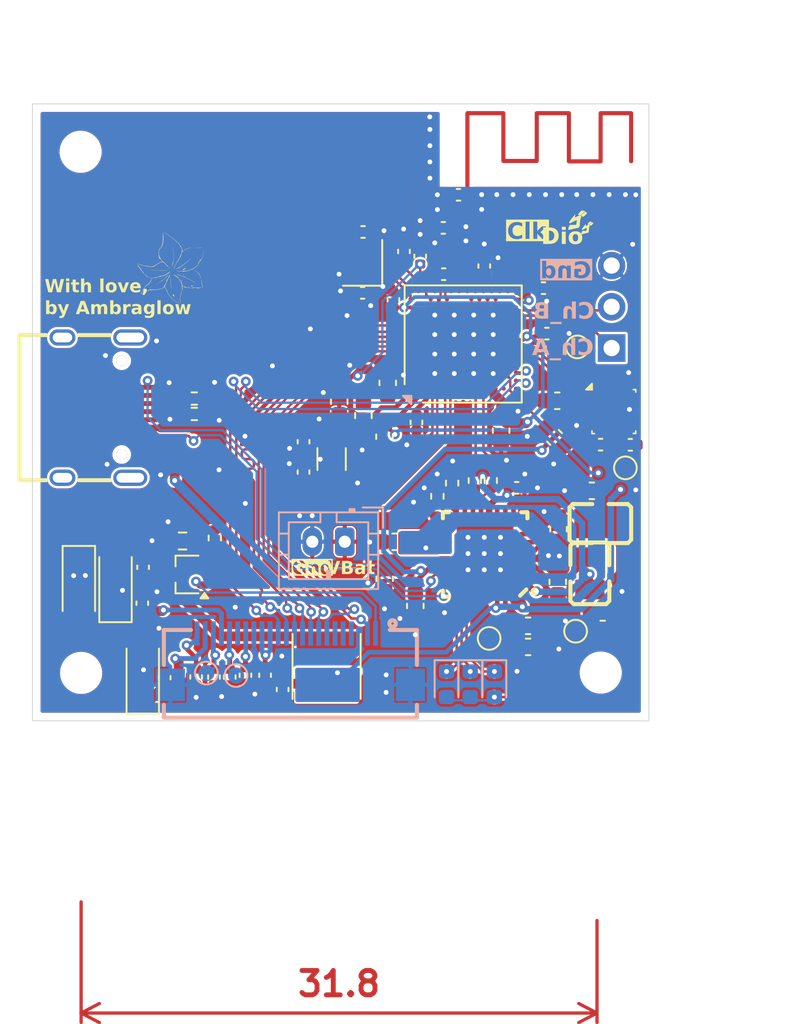
<source format=kicad_pcb>
(kicad_pcb (version 20241229) (generator "pcbnew") (generator_version "9.0")
  (layers (0 "F.Cu" signal) (2 "B.Cu" signal) (13 "F.Paste" user) (15 "B.Paste" user) (5 "F.SilkS" user "F.Silkscreen") (7 "B.SilkS" user "B.Silkscreen") (1 "F.Mask" user) (3 "B.Mask" user) (25 "Edge.Cuts" user))
  (net 0 "")
  (net 4 "Net-(D4-A)")
  (net 8 "/PREVGH")
  (net 16 "Net-(D5-A)")
  (net 19 "/PREVGL")
  (net 20 "Net-(C41-Pad2)")
  (net 21 "/VPP")
  (net 22 "/VSH")
  (net 23 "/TEMP_SCL")
  (net 24 "/GDR")
  (net 25 "/RESE")
  (net 26 "/VSH2")
  (net 27 "/VSL")
  (net 28 "/TEMP_SDA")
  (net 29 "Net-(Q1-S)")
  (net 30 "PMIC_SCL")
  (net 31 "PMIC_SDA")
  (net 32 "/DISP_BS")
  (net 33 "/DISP_RES")
  (net 34 "/DISP_MOSI")
  (net 35 "Net-(U1-XC1)")
  (net 36 "GND")
  (net 37 "Net-(U1-XC2)")
  (net 38 "Net-(U1-ANT)")
  (net 39 "Net-(U1-DEC1)")
  (net 40 "Net-(U1-DEC5)")
  (net 41 "Net-(U1-DEC4)")
  (net 42 "Net-(U1-DEC3)")
  (net 43 "Net-(U1-P0.00{slash}XL1)")
  (net 44 "Net-(U1-P0.01{slash}XL2)")
  (net 45 "Net-(U1-DECUSB)")
  (net 46 "/TYPE_C_D+")
  (net 47 "/TYPE_C_D-")
  (net 48 "VBUSOUT")
  (net 49 "TYPE_C_CC2")
  (net 50 "Net-(U1-DCC)")
  (net 51 "Net-(L3-Pad2)")
  (net 52 "/SWDCLK")
  (net 54 "+1V8")
  (net 55 "/SW2_RESET")
  (net 56 "/DISP_CS")
  (net 57 "/GPIO_P0.10_NFC2")
  (net 58 "/SW1")
  (net 60 "/GPIO_P0.09_NFC1")
  (net 61 "/NTC")
  (net 64 "/SWDIO")
  (net 65 "/DISP_BUSY")
  (net 74 "Net-(AE2-A)")
  (net 75 "Net-(C18-Pad1)")
  (net 76 "/BME_SDA")
  (net 77 "/BME_SCL")
  (net 79 "TYPE_C_CC1")
  (net 80 "Net-(U2-VSET2)")
  (net 81 "Net-(U2-VSET1)")
  (net 82 "VBAT")
  (net 83 "/DISP_D{slash}C")
  (net 84 "/DISP_SCLK")
  (net 85 "NRF_D+")
  (net 86 "NRF_D-")
  (net 88 "VSYS")
  (net 89 "Net-(D1-K)")
  (net 90 "+3V3")
  (net 91 "Net-(D2-K)")
  (net 93 "Net-(D3-K)")
  (net 95 "/LDO2_OUT")
  (net 97 "Net-(U2-SW2)")
  (net 98 "TYPEC_VBUS")
  (net 99 "/LDO1_IN")
  (net 100 "Net-(U2-SW1)")
  (net 101 "/LDO1_OUT")
  (net 106 "/Rot_ChA")
  (net 107 "/Rot_ChB")
  (footprint "Resistor_SMD:R_0402_1005Metric" (layer "F.Cu") (at 37.870003 35.359999 90)
    (property "Reference" "R3" (hide yes))
    (property "Value" "470k")
  )
  (footprint "TestPoint:TestPoint_Pad_D1.0mm" (layer "F.Cu") (at 45.48 44.48)
    (property "Reference" "TP5" (hide yes))
    (property "Value" "TestPoint" (hide yes))
  )
  (footprint "nonorf:L0806" (layer "F.Cu") (at 47.005003 37.850001 180)
    (property "Reference" "L6" (hide yes))
    (property "Value" "2.2uH")
  )
  (footprint "Capacitor_SMD:C_0603_1608Metric" (layer "F.Cu") (at 33.710003 41.249999 -90)
    (property "Reference" "C29" (hide yes))
    (property "Value" "1uF")
  )
  (footprint "TestPoint:TestPoint_Pad_D1.0mm" (layer "F.Cu") (at 42.25 21.15 90)
    (property "Reference" "TP2" (hide yes))
    (property "Value" "TestPoint")
  )
  (footprint "Capacitor_SMD:C_0402_1005Metric" (layer "F.Cu") (at 43.71 26.15)
    (property "Reference" "C7" (hide yes))
    (property "Value" "100nF")
  )
  (footprint "Diode_SMD:D_SOD-123" (layer "F.Cu") (at 14.86 41.59 -90)
    (property "Reference" "D5" (hide yes))
    (property "Value" "MBR0530")
  )
  (footprint "Resistor_SMD:R_0402_1005Metric" (layer "F.Cu") (at 39.270002 35.200001 -90)
    (property "Reference" "R5" (hide yes))
    (property "Value" "10k")
  )
  (footprint "Capacitor_SMD:C_0402_1005Metric" (layer "F.Cu") (at 28.71 34.68 90)
    (property "Reference" "C17" (hide yes))
    (property "Value" "12pF")
  )
  (footprint "TestPoint:TestPoint_Pad_D1.0mm" (layer "F.Cu") (at 48.55 34.42)
    (property "Reference" "TP4" (hide yes))
    (property "Value" "TestPoint")
  )
  (footprint "Capacitor_SMD:C_0402_1005Metric" (layer "F.Cu") (at 18.77 42.76 90)
    (property "Reference" "C37" (hide yes))
    (property "Value" "1uF")
  )
  (footprint "Capacitor_SMD:C_0603_1608Metric" (layer "F.Cu") (at 34.325003 38.975001 180)
    (property "Reference" "C23" (hide yes))
    (property "Value" "10uF")
  )
  (footprint "Resistor_SMD:R_0603_1608Metric" (layer "F.Cu") (at 21.25 38.925 180)
    (property "Reference" "R8" (hide yes))
    (property "Value" "2.2ohm")
  )
  (footprint "TestPoint:TestPoint_Pad_D1.5mm" (layer "F.Cu") (at 33.35 17.62)
    (property "Reference" "TP3" (hide yes))
    (property "Value" "TestPoint")
  )
  (footprint "Resistor_SMD:R_0402_1005Metric" (layer "F.Cu") (at 40.250002 35.199999 -90)
    (property "Reference" "R6" (hide yes))
    (property "Value" "10k")
  )
  (footprint "LOGO" (layer "F.Cu") (at 45.866571 19.177882)
    (property "Reference" "G***" (hide yes))
    (property "Value" "LOGO" (hide yes))
  )
  (footprint "Capacitor_SMD:C_0402_1005Metric" (layer "F.Cu") (at 22.089999 47.294998 90)
    (property "Reference" "C41" (hide yes))
    (property "Value" "1uF")
  )
  (footprint "Capacitor_SMD:C_0402_1005Metric" (layer "F.Cu") (at 27.42 48.069999 -90)
    (property "Reference" "C35" (hide yes))
    (property "Value" "4.7uF")
  )
  (footprint "Capacitor_SMD:C_0603_1608Metric" (layer "F.Cu") (at 33.9 29.187897 90)
    (property "Reference" "C14" (hide yes))
    (property "Value" "1.0uF")
  )
  (footprint "Capacitor_SMD:C_0402_1005Metric" (layer "F.Cu") (at 28.71 32.81 -90)
    (property "Reference" "C16" (hide yes))
    (property "Value" "12pF")
  )
  (footprint "Capacitor_SMD:C_0603_1608Metric" (layer "F.Cu") (at 44.18 32.54 -45)
    (property "Reference" "C19" (hide yes))
    (property "Value" "4.7uF")
  )
  (footprint "Capacitor_SMD:C_0603_1608Metric" (layer "F.Cu") (at 35.600003 42.924999 -90)
    (property "Reference" "C28" (hide yes))
    (property "Value" "1uF")
  )
  (footprint "Inductor_SMD:L_0402_1005Metric" (layer "F.Cu") (at 32.65 28.837895 90)
    (property "Reference" "L4" (hide yes))
    (property "Value" "15nH")
  )
  (footprint "Capacitor_SMD:C_0402_1005Metric" (layer "F.Cu") (at 25.13 47.194997 -90)
    (property "Reference" "C43" (hide yes))
    (property "Value" "1uF")
  )
  (footprint "Capacitor_SMD:C_0603_1608Metric" (layer "F.Cu") (at 42.550003 44.149999)
    (property "Reference" "C34" (hide yes))
    (property "Value" "10uF")
  )
  (footprint "Capacitor_SMD:C_0402_1005Metric" (layer "F.Cu") (at 34.249999 24.065 90)
    (property "Reference" "C12" (hide yes))
    (property "Value" "100nF")
  )
  (footprint "Capacitor_SMD:C_0402_1005Metric" (layer "F.Cu") (at 18.819999 40.544998 90)
    (property "Reference" "C36" (hide yes))
    (property "Value" "4.7uF")
  )
  (footprint "Resistor_SMD:R_0402_1005Metric" (layer "F.Cu") (at 23.24 38.74 90)
    (property "Reference" "R9" (hide yes))
    (property "Value" "1M")
  )
  (footprint "Capacitor_SMD:C_0603_1608Metric" (layer "F.Cu") (at 44.430002 38.2 90)
    (property "Reference" "C25" (hide yes))
    (property "Value" "10uF")
  )
  (footprint "MountingHole:MountingHole_2.1mm" (layer "F.Cu") (at 14.97 14.95)
    (property "Reference" "H1" (hide yes))
    (property "Value" "MountingHole_Pad" (hide yes))
  )
  (footprint "Capacitor_SMD:C_0402_1005Metric" (layer "F.Cu") (at 41.850003 35.649999)
    (property "Reference" "C30" (hide yes))
    (property "Value" "100nF")
  )
  (footprint "Capacitor_SMD:C_0402_1005Metric" (layer "F.Cu") (at 37.349999 22.49 180)
    (property "Reference" "C4" (hide yes))
    (property "Value" "0.8pF")
  )
  (footprint "Capacitor_SMD:C_0402_1005Metric" (layer "F.Cu") (at 34.899999 21.09 90)
    (property "Reference" "C11" (hide yes))
    (property "Value" "100pF")
  )
  (footprint "nonorf:R0402_bridged" (layer "F.Cu") (at 21.975 30.15)
    (property "Reference" "JP1" (hide yes))
    (property "Value" "Jumper_2_Small_Bridged")
  )
  (footprint "TestPoint:TestPoint_Pad_D1.0mm" (layer "F.Cu") (at 44.1 21.35 90)
    (property "Reference" "TP1" (hide yes))
    (property "Value" "TestPoint")
  )
  (footprint "Capacitor_SMD:C_0402_1005Metric" (layer "F.Cu") (at 32.379998 19.889999 180)
    (property "Reference" "C1" (hide yes))
    (property "Value" "12pF")
  )
  (footprint "Crystal:Crystal_SMD_3215-2Pin_3.2x1.5mm" (layer "F.Cu") (at 30.44 33.88 90)
    (property "Reference" "Y2" (hide yes))
    (property "Value" "32.768kHz")
  )
  (footprint "MountingHole:MountingHole_2.1mm" (layer "F.Cu") (at 15 47.05)
    (property "Reference" "H2" (hide yes))
    (property "Value" "MountingHole_Pad" (hide yes))
  )
  (footprint "Capacitor_SMD:C_0603_1608Metric" (layer "F.Cu") (at 47.150003 43.325001)
    (property "Reference" "C26" (hide yes))
    (property "Value" "10uF")
  )
  (footprint "Inductor_SMD:L_0402_1005Metric" (layer "F.Cu") (at 38.27 18.49)
    (property "Reference" "L2" (hide yes))
    (property "Value" "0Ω")
  )
  (footprint "Capacitor_SMD:C_0402_1005Metric" (layer "F.Cu") (at 20.15 47.3475 -90)
    (property "Reference" "C40" (hide yes))
    (property "Value" "1uF")
  )
  (footprint "Package_TO_SOT_SMD:SOT-323_SC-70" (layer "F.Cu") (at 21.549999 40.987499 180)
    (property "Reference" "Q1" (hide yes))
    (property "Value" "Si1308EDL")
  )
  (footprint "Diode_SMD:D_SOD-123" (layer "F.Cu") (at 18.8 47.1975 90)
    (property "Reference" "D6" (hide yes))
    (property "Value" "MBR0530")
  )
  (footprint "Capacitor_SMD:C_0402_1005Metric" (layer "F.Cu") (at 38.26 17.6 180)
    (property "Reference" "C3" (hide yes))
    (property "Value" "1.5pF")
  )
  (footprint "MountingHole:MountingHole_2.1mm" (layer "F.Cu") (at 47.03 47.03)
    (property "Reference" "H3" (hide yes))
    (property "Value" "MountingHole_Pad" (hide yes))
  )
  (footprint "Resistor_SMD:R_0402_1005Metric" (layer "F.Cu") (at 36.960003 36.169999 90)
    (property "Reference" "R4" (hide yes))
    (property "Value" "47k")
  )
  (footprint "Capacitor_SMD:C_0402_1005Metric" (layer "F.Cu") (at 35.67 31.62 -90)
    (property "Reference" "C5" (hide yes))
    (property "Value" "100nF")
  )
  (footprint "Inductor_SMD:L_Taiyo-Yuden_MD-4040" (layer "F.Cu") (at 30.13 46.649998 90)
    (property "Reference" "L7" (hide yes))
    (property "Value" "47uH")
  )
  (footprint "nonorf:L0806" (layer "F.Cu") (at 46.360002 40.915 90)
    (property "Reference" "L5" (hide yes))
    (property "Value" "2.2uH")
  )
  (footprint "Capacitor_SMD:C_0603_1608Metric" (layer "F.Cu") (at 44.35 30.287895)
    (property "Reference" "C20" (hide yes))
    (property "Value" "4.7uF")
  )
  (footprint "Capacitor_SMD:C_0402_1005Metric" (layer "F.Cu") (at 43.5 23.35)
    (property "Reference" "C8" (hide yes))
    (property "Value" "100nF")
  )
  (footprint "Inductor_SMD:L_0402_1005Metric" (layer "F.Cu") (at 37.799999 21.09 -90)
    (property "Reference" "L1" (hide yes))
    (property "Value" "3.9nH")
  )
  (footprint "LOGO" (layer "F.Cu") (at 20.64552 21.996671)
    (property "Reference" "G***" (hide yes))
    (property "Value" "LOGO" (hide yes))
  )
  (footprint "Capacitor_SMD:C_0402_1005Metric" (layer "F.Cu") (at 26.339998 47.194997 -90)
    (property "Reference" "C42" (hide yes))
    (property "Value" "1uF")
  )
  (footprint "Capacitor_SMD:C_0402_1005Metric" (layer "F.Cu") (at 24.159998 47.304998 90)
    (property "Reference" "C38" (hide yes))
    (property "Value" "1uF")
  )
  (footprint "Diode_SMD:D_SOD-123" (layer "F.Cu") (at 17.119999 41.564998 90)
    (property "Reference" "D4" (hide yes))
    (property "Value" "MBR0530")
  )
  (footprint "Capacitor_SMD:C_0603_1608Metric" (layer "F.Cu") (at 40.89 32.13 -90)
    (property "Reference" "C6" (hide yes))
    (property "Value" "4.7uF")
  )
  (footprint "Capacitor_SMD:C_0603_1608Metric" (layer "F.Cu") (at 33.7 32.5 -90)
    (property "Reference" "C13" (hide yes))
    (property "Value" "1.0uF")
  )
  (footprint "Capacitor_SMD:C_0402_1005Metric" (layer "F.Cu") (at 32.349999 23.640001 180)
    (property "Reference" "C2" (hide yes))
    (property "Value" "12pF")
  )
  (footprint "nonorf:USB-C-SMD_HANELECTRICITY_161N-4XVS11" (layer "F.Cu") (at 16.4 30.71 -90)
    (property "Reference" "J1" (hide yes))
    (property "Value" "USB_C_Receptacle" (hide yes))
  )
  (footprint "Capacitor_SMD:C_0603_1608Metric" (layer "F.Cu") (at 44.380002 41.44 -90)
    (property "Reference" "C24" (hide yes))
    (property "Value" "10uF")
  )
  (footprint "Capacitor_SMD:C_0402_1005Metric" (layer "F.Cu") (at 37.325 19.637896 180)
    (property "Reference" "C18" (hide yes))
    (property "Value" "0.5pF")
  )
  (footprint "Capacitor_SMD:C_0402_1005Metric" (layer "F.Cu") (at 39.85 21.987897 90)
    (property "Reference" "C9" (hide yes))
    (property "Value" "1nF")
  )
  (footprint "Crystal:Crystal_SMD_2016-4Pin_2.0x1.6mm" (layer "F.Cu") (at 32.349999 21.79 90)
    (property "Reference" "Y1" (hide yes))
    (property "Value" "32MHz")
  )
  (footprint "Capacitor_SMD:C_0402_1005Metric" (layer "F.Cu") (at 23.189999 47.304998 90)
    (property "Reference" "C39" (hide yes))
    (property "Value" "1uF")
  )
  (footprint "Capacitor_SMD:C_0603_1608Metric" (layer "F.Cu") (at 30.91 30.35 -90)
    (property "Reference" "C15" (hide yes))
    (property "Value" "47nF")
  )
  (footprint "nonorf:R0402_bridged" (layer "F.Cu") (at 21.975 31.1)
    (property "Reference" "JP2" (hide yes))
    (property "Value" "Jumper_2_Small_Bridged")
  )
  (footprint "nonorf:QFN-32_L5.0-W5.0-P0.50-TL-EP3.5" (layer "F.Cu") (at 39.900001 39.75 180)
    (property "Reference" "U2" (hide yes))
    (property "Value" "NPM1300-QEAA-R7")
  )
  (footprint "Capacitor_SMD:C_0603_1608Metric" (layer "F.Cu") (at 46.480003 35.835 180)
    (property "Reference" "C27" (hide yes))
    (property "Value" "10uF")
  )
  (footprint "Capacitor_SMD:C_0402_1005Metric" (layer "F.Cu") (at 47.02 32.99)
    (property "Reference" "C22" (hide yes))
    (property "Value" "100nF")
  )
  (footprint "TestPoint:TestPoint_Pad_D1.0mm" (layer "F.Cu") (at 45.59 26.97)
    (property "Reference" "TP9" (hide yes))
    (property "Value" "TestPoint")
  )
  (footprint "Inductor_SMD:L_0603_1608Metric" (layer "F.Cu") (at 32.4 31.2 90)
    (property "Reference" "L3" (hide yes))
    (property "Value" "10uH")
  )
  (footprint "TestPoint:TestPoint_Pad_D1.0mm" (layer "F.Cu") (at 40.15 44.925)
    (property "Reference" "TP6" (hide yes))
    (property "Value" "TestPoint")
  )
  (footprint "Package_DFN_QFN:Nordic_AQFN-73-1EP_7x7mm_P0.5mm" (layer "F.Cu") (at 38.549999 26.789999 90)
    (property "Reference" "U1" (hide yes))
    (property "Value" "nRF52840-QIAA-R" (hide yes))
  )
  (footprint "Package_LGA:Bosch_LGA-8_2.5x2.5mm_P0.65mm_ClockwisePinNumbering" (layer "F.Cu") (at 47.83875 30.94875)
    (property "Reference" "U3" (hide yes))
    (property "Value" "BME280")
  )
  (footprint "Capacitor_SMD:C_0603_1608Metric" (layer "F.Cu") (at 42.550003 45.449999)
    (property "Reference" "C33" (hide yes))
    (property "Value" "10uF")
  )
  (footprint "nonorf:2.4GHz-meander_antenna" (layer "F.Cu") (at 38.81 18.3 180)
    (property "Reference" "AE2" (hide yes))
    (property "Value" "Antenna" (hide yes))
  )
  (footprint "Connector_PinHeader_2.54mm:PinHeader_1x03_P2.54mm_Vertical" (layer "F.Cu") (at 47.7 27.04 180)
    (property "Reference" "J2" (hide yes))
    (property "Value" "Conn_01x03")
  )
  (footprint "Capacitor_SMD:C_0402_1005Metric" (layer "F.Cu") (at 48.85 33)
    (property "Reference" "C21" (hide yes))
    (property "Value" "100nF")
  )
  (footprint "Capacitor_SMD:C_0402_1005Metric" (layer "F.Cu") (at 35.899999 21.39 90)
    (property "Reference" "C10" (hide yes))
    (property "Value" "N.C.")
  )
  (footprint "TestPoint:TestPoint_Pad_D1.0mm" (layer "B.Cu") (at 22.72 47.06 180)
    (property "Reference" "TP8" (hide yes))
    (property "Value" "TestPoint" (hide yes))
  )
  (footprint "Connector_JST:JST_PH_B2B-PH-K_1x02_P2.00mm_Vertical" (layer "B.Cu") (at 31.250001 38.97 180)
    (property "Reference" "J3" (hide yes))
    (property "Value" "Conn_01x02" (hide yes))
  )
  (footprint "LED_SMD:LED_0603_1608Metric" (layer "B.Cu") (at 40.475 47.75 -90)
    (property "Reference" "D3" (hide yes))
    (property "Value" "LED_Small_Filled" (hide yes))
  )
  (footprint "TestPoint:TestPoint_Pad_D1.0mm" (layer "B.Cu") (at 24.55 47.21 180)
    (property "Reference" "TP7" (hide yes))
    (property "Value" "TestPoint" (hide yes))
  )
  (footprint "LED_SMD:LED_0603_1608Metric" (layer "B.Cu") (at 38.984999 47.750002 -90)
    (property "Reference" "D2" (hide yes))
    (property "Value" "LED_Small_Filled" (hide yes))
  )
  (footprint "nonorf:FPC-SMD_P0.50-24P_QCHF-SM-H2.0" (layer "B.Cu") (at 27.899999 46.204998)
    (property "Reference" "FPC1" (hide yes))
    (property "Value" "AFC24-S24FIC-00" (hide yes))
  )
  (footprint "LED_SMD:LED_0603_1608Metric" (layer "B.Cu") (at 37.524999 47.750002 -90)
    (property "Reference" "D1" (hide yes))
    (property "Value" "LED_Small_Filled" (hide yes))
  )
  (gr_rect (start 12 12) (end 50 50) (stroke (width 0.05)) (fill no) (layer "Edge.Cuts"))
  (gr_text "Dio" (at 43.35 20.8 0) (layer "F.SilkS") (effects (font (size 1 1) (thickness 0.25) (bold yes)) (justify left bottom)))
  (gr_text "With love, \nby Ambraglow" (at 12.746521 25.086039 0) (layer "F.SilkS") (effects (font (size 0.8 0.8) (thickness 0.2) (bold yes)) (justify left bottom)))
  (gr_text "VBat" (at 30.11 41.1 0) (layer "F.SilkS") (effects (font (size 0.8 0.8) (thickness 0.2) (bold yes)) (justify left bottom)))
  (gr_text "Clk" (at 41.25 20.485 0) (layer "F.SilkS" knockout) (effects (font (size 1 1) (thickness 0.25) (bold yes)) (justify left bottom)))
  (gr_text "Gnd" (at 28 41.1 0) (layer "F.SilkS" knockout) (effects (font (size 0.8 0.8) (thickness 0.16) (bold yes)) (justify left bottom)))
  (gr_text "Ch_B" (at 46.64 25.4 0) (layer "B.SilkS") (effects (font (size 1 1) (thickness 0.25) (bold yes)) (justify left bottom mirror)))
  (gr_text "Gnd" (at 46.45 22.9 0) (layer "B.SilkS" knockout) (effects (font (size 1 1) (thickness 0.25) (bold yes)) (justify left bottom mirror)))
  (gr_text "Ch_A" (at 46.6 27.64 0) (layer "B.SilkS") (effects (font (size 1 1) (thickness 0.25) (bold yes)) (justify left bottom mirror)))
  (dimension (type orthogonal) (layer "F.Cu") (pts (xy 15 60.65) (xy 46.8 61.8)) (height 7.35) (orientation 0) (format (prefix "") (suffix "") (units 3) (units_format 0) (precision 4) (suppress_zeroes yes)) (style (thickness 0.2) (arrow_length 1.27) (text_position_mode 0) (arrow_direction outward) (extension_height 0.58642) (extension_offset 0.5) (keep_text_aligned yes)) (gr_text "31.8" (at 30.9 66.2 0) (layer "F.Cu") (effects (font (size 1.5 1.5) (thickness 0.3)))))
  (segment (start 17.269999 40.064998) (end 17.119999 39.914998) (width 0.6) (layer "F.Cu") (net 4))
  (segment (start 23.595098 44.8) (end 29.680001 44.8) (width 0.6) (layer "F.Cu") (net 4))
  (segment (start 20.549999 40.987499) (end 20.549999 41.754901) (width 0.6) (layer "F.Cu") (net 4))
  (segment (start 20.549999 41.754901) (end 23.595098 44.8) (width 0.6) (layer "F.Cu") (net 4))
  (segment (start 18.819999 40.064998) (end 19.627498 40.064998) (width 0.6) (layer "F.Cu") (net 4))
  (segment (start 19.627498 40.064998) (end 20.549999 40.987499) (width 0.6) (layer "F.Cu") (net 4))
  (segment (start 18.819999 40.064998) (end 17.269999 40.064998) (width 0.6) (layer "F.Cu") (net 4))
  (segment (start 29.680001 44.8) (end 30.13 45.249999) (width 0.6) (layer "F.Cu") (net 4))
  (segment (start 18.77 43.24) (end 20.01 43.24) (width 0.6) (layer "F.Cu") (net 8))
  (segment (start 17.119999 43.214998) (end 18.744998 43.214998) (width 0.6) (layer "F.Cu") (net 8))
  (segment (start 18.744998 43.214998) (end 18.77 43.24) (width 0.6) (layer "F.Cu") (net 8))
  (segment (start 20.01 43.24) (end 20.075 43.175) (width 0.6) (layer "F.Cu") (net 8))
  (via (at 20.075 43.175) (size 0.6) (drill 0.3) (layers "F.Cu" "B.Cu") (net 8))
  (segment (start 21.669997 43.175) (end 21.669999 43.174998) (width 0.3) (layer "B.Cu") (net 8))
  (segment (start 20.075 43.175) (end 21.669997 43.175) (width 0.3) (layer "B.Cu") (net 8))
  (segment (start 21.669999 43.174998) (end 23.434999 43.174998) (width 0.3) (layer "B.Cu") (net 8))
  (segment (start 23.649999 43.389998) (end 23.649999 44.624998) (width 0.3) (layer "B.Cu") (net 8))
  (segment (start 23.434999 43.174998) (end 23.649999 43.389998) (width 0.3) (layer "B.Cu") (net 8))
  (segment (start 17.075002 41.024998) (end 14.86 43.24) (width 0.6) (layer "F.Cu") (net 16))
  (segment (start 15.9 44.28) (end 17.62 44.28) (width 0.6) (layer "F.Cu") (net 16))
  (segment (start 17.62 44.28) (end 18.8 45.46) (width 0.6) (layer "F.Cu") (net 16))
  (segment (start 14.86 43.24) (end 15.9 44.28) (width 0.6) (layer "F.Cu") (net 16))
  (segment (start 18.8 45.46) (end 18.8 45.5475) (width 0.6) (layer "F.Cu") (net 16))
  (segment (start 18.819999 41.024998) (end 17.075002 41.024998) (width 0.6) (layer "F.Cu") (net 16))
  (segment (start 20.34251 47.8275) (end 21.008578 47.161432) (width 0.6) (layer "F.Cu") (net 19))
  (segment (start 18.8 48.8475) (end 19.13 48.8475) (width 0.6) (layer "F.Cu") (net 19))
  (segment (start 20.15 47.8275) (end 20.34251 47.8275) (width 0.6) (layer "F.Cu") (net 19))
  (segment (start 21.008578 46.373577) (end 20.799999 46.164998) (width 0.6) (layer "F.Cu") (net 19))
  (segment (start 19.13 48.8475) (end 20.15 47.8275) (width 0.6) (layer "F.Cu") (net 19))
  (segment (start 21.008578 47.161432) (end 21.008578 46.373577) (width 0.6) (layer "F.Cu") (net 19))
  (via (at 20.799999 46.164998) (size 0.6) (drill 0.3) (layers "F.Cu" "B.Cu") (net 19))
  (segment (start 22.649999 45.514998) (end 21.999999 46.164998) (width 0.3) (layer "B.Cu") (net 19))
  (segment (start 22.649999 44.624998) (end 22.649999 45.514998) (width 0.3) (layer "B.Cu") (net 19))
  (segment (start 21.999999 46.164998) (end 20.799999 46.164998) (width 0.3) (layer "B.Cu") (net 19))
  (segment (start 21.499999 45.35) (end 21.499999 45.555792) (width 0.28) (layer "F.Cu") (net 20))
  (segment (start 22.089999 46.145792) (end 22.089999 46.814998) (width 0.28) (layer "F.Cu") (net 20))
  (segment (start 21.499999 45.555792) (end 22.089999 46.145792) (width 0.28) (layer "F.Cu") (net 20))
  (via (at 21.499999 45.35) (size 0.6) (drill 0.3) (layers "F.Cu" "B.Cu") (net 20))
  (segment (start 21.7 45.35) (end 22.149999 44.900001) (width 0.28) (layer "B.Cu") (net 20))
  (segment (start 22.149999 44.900001) (end 22.149999 44.624998) (width 0.28) (layer "B.Cu") (net 20))
  (segment (start 21.499999 45.35) (end 21.7 45.35) (width 0.28) (layer "B.Cu") (net 20))
  (segment (start 24.16 45.974997) (end 24.129999 45.944996) (width 0.3) (layer "F.Cu") (net 22))
  (segment (start 24.16 46.824997) (end 24.16 45.974997) (width 0.3) (layer "F.Cu") (net 22))
  (via (at 24.129999 45.944996) (size 0.6) (drill 0.3) (layers "F.Cu" "B.Cu") (net 22))
  (segment (start 24.55 47.21) (end 24.49 47.21) (width 0.152) (layer "B.Cu") (net 22))
  (segment (start 24.49 47.21) (end 24.129999 46.849999) (width 0.152) (layer "B.Cu") (net 22))
  (segment (start 24.129999 46.849999) (end 24.129999 45.944996) (width 0.152) (layer "B.Cu") (net 22))
  (segment (start 24.129999 45.944996) (end 24.13 44.644998) (width 0.3) (layer "B.Cu") (net 22))
  (segment (start 22.297498 41.637497) (end 22.55 41.637497) (width 0.4) (layer "F.Cu") (net 24))
  (segment (start 22.782501 41.637499) (end 23.4 41.02) (width 0.4) (layer "F.Cu") (net 24))
  (segment (start 23.4 41.02) (end 23.4 39.409999) (width 0.4) (layer "F.Cu") (net 24))
  (segment (start 22.080001 41.42) (end 22.297498 41.637497) (width 0.4) (layer "F.Cu") (net 24))
  (segment (start 23.4 39.409999) (end 23.24 39.249999) (width 0.4) (layer "F.Cu") (net 24))
  (segment (start 22.549999 41.637499) (end 22.782501 41.637499) (width 0.4) (layer "F.Cu") (net 24))
  (via (at 22.080001 41.42) (size 0.6) (drill 0.3) (layers "F.Cu" "B.Cu") (net 24))
  (segment (start 22.080001 41.42) (end 22.760001 42.1) (width 0.152) (layer "B.Cu") (net 24))
  (segment (start 32.3 42.1) (end 33.149999 42.949999) (width 0.152) (layer "B.Cu") (net 24))
  (segment (start 33.149999 42.949999) (end 33.149999 44.624998) (width 0.152) (layer "B.Cu") (net 24))
  (segment (start 22.760001 42.1) (end 32.3 42.1) (width 0.152) (layer "B.Cu") (net 24))
  (segment (start 27.395 39.426335) (end 27.395 36.953664) (width 0.152) (layer "F.Cu") (net 25))
  (segment (start 28.098665 36.25) (end 33.55 36.25) (width 0.152) (layer "F.Cu") (net 25))
  (segment (start 33.55 36.25) (end 37.44 32.36) (width 0.152) (layer "F.Cu") (net 25))
  (segment (start 32.252001 43.752001) (end 32.2 43.7) (width 0.152) (layer "F.Cu") (net 25))
  (segment (start 37.44 30.180001) (end 37.299999 30.04) (width 0.152) (layer "F.Cu") (net 25))
  (segment (start 32.2 43.7) (end 31.668665 43.7) (width 0.152) (layer "F.Cu") (net 25))
  (segment (start 37.44 32.36) (end 37.44 30.180001) (width 0.152) (layer "F.Cu") (net 25))
  (segment (start 27.395 36.953664) (end 28.098665 36.25) (width 0.152) (layer "F.Cu") (net 25))
  (segment (start 31.668665 43.7) (end 27.395 39.426335) (width 0.152) (layer "F.Cu") (net 25))
  (via (at 32.252001 43.752001) (size 0.6) (drill 0.3) (layers "F.Cu" "B.Cu") (net 25))
  (segment (start 32.252001 43.752001) (end 32.649999 44.149999) (width 0.152) (layer "B.Cu") (net 25))
  (segment (start 32.649999 44.149999) (end 32.649999 44.624998) (width 0.152) (layer "B.Cu") (net 25))
  (segment (start 23.189999 46.824998) (end 23.19 46.034997) (width 0.3) (layer "F.Cu") (net 27))
  (segment (start 23.19 46.034997) (end 23.27 45.954997) (width 0.3) (layer "F.Cu") (net 27))
  (via (at 23.27 45.954997) (size 0.6) (drill 0.3) (layers "F.Cu" "B.Cu") (net 27))
  (segment (start 22.89 47.06) (end 23.27 46.68) (width 0.152) (layer "B.Cu") (net 27))
  (segment (start 23.27 46.68) (end 23.27 45.954997) (width 0.152) (layer "B.Cu") (net 27))
  (segment (start 23.15 45.834998) (end 23.15 44.624997) (width 0.3) (layer "B.Cu") (net 27))
  (segment (start 22.72 47.06) (end 22.89 47.06) (width 0.152) (layer "B.Cu") (net 27))
  (segment (start 23.27 45.954997) (end 23.15 45.834998) (width 0.3) (layer "B.Cu") (net 27))
  (segment (start 22.549999 40.337499) (end 22.549999 39.399999) (width 0.4) (layer "F.Cu") (net 29))
  (segment (start 22.549999 39.399999) (end 22.075 38.925) (width 0.4) (layer "F.Cu") (net 29))
  (segment (start 39.32 33.68) (end 39.32 30.06) (width 0.152) (layer "F.Cu") (net 30))
  (segment (start 38.65 34.35) (end 39.32 33.68) (width 0.152) (layer "F.Cu") (net 30))
  (segment (start 39.270002 35.71) (end 38.905128 35.71) (width 0.152) (layer "F.Cu") (net 30))
  (segment (start 39.150001 35.830001) (end 39.270002 35.71) (width 0.152) (layer "F.Cu") (net 30))
  (segment (start 38.905128 35.71) (end 38.65 35.454872) (width 0.152) (layer "F.Cu") (net 30))
  (segment (start 39.150001 37.25) (end 39.150001 35.830001) (width 0.152) (layer "F.Cu") (net 30))
  (segment (start 38.65 35.454872) (end 38.65 34.35) (width 0.152) (layer "F.Cu") (net 30))
  (segment (start 39.32 30.06) (end 39.299999 30.039999) (width 0.152) (layer "F.Cu") (net 30))
  (segment (start 40.250002 35.709998) (end 40.620002 35.709998) (width 0.152) (layer "F.Cu") (net 31))
  (segment (start 40.8 35.53) (end 40.8 34.42) (width 0.152) (layer "F.Cu") (net 31))
  (segment (start 40.799002 34.400484) (end 39.799999 33.401481) (width 0.152) (layer "F.Cu") (net 31))
  (segment (start 39.650001 36.309999) (end 40.250002 35.709998) (width 0.152) (layer "F.Cu") (net 31))
  (segment (start 40.8 34.42) (end 40.799002 34.419002) (width 0.152) (layer "F.Cu") (net 31))
  (segment (start 40.620002 35.709998) (end 40.8 35.53) (width 0.152) (layer "F.Cu") (net 31))
  (segment (start 39.799999 33.401481) (end 39.799999 30.04) (width 0.152) (layer "F.Cu") (net 31))
  (segment (start 40.799002 34.419002) (end 40.799002 34.400484) (width 0.152) (layer "F.Cu") (net 31))
  (segment (start 39.650001 37.25) (end 39.650001 36.309999) (width 0.152) (layer "F.Cu") (net 31))
  (segment (start 28.225 36.555) (end 33.676336 36.555) (width 0.152) (layer "F.Cu") (net 32))
  (segment (start 37.745 32.486335) (end 37.745 32.485) (width 0.152) (layer "F.Cu") (net 32))
  (segment (start 33.676336 36.555) (end 37.745 32.486335) (width 0.152) (layer "F.Cu") (net 32))
  (segment (start 27.7 37.08) (end 28.225 36.555) (width 0.152) (layer "F.Cu") (net 32))
  (segment (start 31.522757 43.122757) (end 27.7 39.3) (width 0.152) (layer "F.Cu") (net 32))
  (segment (start 27.7 39.3) (end 27.7 37.08) (width 0.152) (layer "F.Cu") (net 32))
  (segment (start 37.76 32.47) (end 37.76 30.079998) (width 0.152) (layer "F.Cu") (net 32))
  (segment (start 37.745 32.485) (end 37.76 32.47) (width 0.152) (layer "F.Cu") (net 32))
  (segment (start 37.76 30.079998) (end 37.799999 30.039999) (width 0.152) (layer "F.Cu") (net 32))
  (segment (start 31.840225 43.122757) (end 31.522757 43.122757) (width 0.152) (layer "F.Cu") (net 32))
  (via (at 31.840225 43.122757) (size 0.6) (drill 0.3) (layers "F.Cu" "B.Cu") (net 32))
  (segment (start 31.452004 43.422996) (end 30.547514 43.422996) (width 0.152) (layer "B.Cu") (net 32))
  (segment (start 31.752243 43.122757) (end 31.452004 43.422996) (width 0.152) (layer "B.Cu") (net 32))
  (segment (start 31.840225 43.122757) (end 31.752243 43.122757) (width 0.152) (layer "B.Cu") (net 32))
  (segment (start 30.149999 43.820511) (end 30.149999 44.624998) (width 0.152) (layer "B.Cu") (net 32))
  (segment (start 30.547514 43.422996) (end 30.149999 43.820511) (width 0.152) (layer "B.Cu") (net 32))
  (segment (start 29.209677 43.262056) (end 29.209677 43.076631) (width 0.14) (layer "F.Cu") (net 33))
  (segment (start 29.177999 43.293734) (end 29.209677 43.262056) (width 0.14) (layer "F.Cu") (net 33))
  (segment (start 26.251 32.193364) (end 31.501364 26.943) (width 0.14) (layer "F.Cu") (net 33))
  (segment (start 29.209677 43.076631) (end 26.251 40.117954) (width 0.14) (layer "F.Cu") (net 33))
  (segment (start 26.251 40.117954) (end 26.251 32.193364) (width 0.14) (layer "F.Cu") (net 33))
  (segment (start 34.703 26.943) (end 35.299999 27.539999) (width 0.14) (layer "F.Cu") (net 33))
  (segment (start 31.501364 26.943) (end 34.703 26.943) (width 0.14) (layer "F.Cu") (net 33))
  (via (at 29.177999 43.293734) (size 0.6) (drill 0.3) (layers "F.Cu" "B.Cu") (net 33))
  (segment (start 29.149999 43.321734) (end 29.149999 44.624998) (width 0.152) (layer "B.Cu") (net 33))
  (segment (start 29.177999 43.293734) (end 29.149999 43.321734) (width 0.152) (layer "B.Cu") (net 33))
  (segment (start 35.110001 25.039999) (end 35.299999 25.039999) (width 0.152) (layer "F.Cu") (net 34))
  (segment (start 25.8 43.2) (end 24.191 41.591) (width 0.152) (layer "F.Cu") (net 34))
  (segment (start 34.5 25.65) (end 35.110001 25.039999) (width 0.152) (layer "F.Cu") (net 34))
  (segment (start 30.298119 25.65) (end 34.5 25.65) (width 0.152) (layer "F.Cu") (net 34))
  (segment (start 24.191 31.757119) (end 30.298119 25.65) (width 0.152) (layer "F.Cu") (net 34))
  (segment (start 24.191 41.591) (end 24.191 31.757119) (width 0.152) (layer "F.Cu") (net 34))
  (via (at 25.8 43.2) (size 0.6) (drill 0.3) (layers "F.Cu" "B.Cu") (net 34))
  (segment (start 26.125 43.525) (end 26.908001 43.525) (width 0.152) (layer "B.Cu") (net 34))
  (segment (start 27.149999 43.766998) (end 27.149999 44.624998) (width 0.152) (layer "B.Cu") (net 34))
  (segment (start 26.908001 43.525) (end 27.149999 43.766998) (width 0.152) (layer "B.Cu") (net 34))
  (segment (start 25.8 43.2) (end 26.125 43.525) (width 0.152) (layer "B.Cu") (net 34))
  (segment (start 31.899999 20.990001) (end 31.799999 21.09) (width 0.152) (layer "F.Cu") (net 35))
  (segment (start 35.47206 23.539999) (end 35.799999 23.539999) (width 0.152) (layer "F.Cu") (net 35))
  (segment (start 31.799999 21.09) (end 32.478999 21.769) (width 0.152) (layer "F.Cu") (net 35))
  (segment (start 31.899999 19.89) (end 31.899999 20.990001) (width 0.152) (layer "F.Cu") (net 35))
  (segment (start 33.701061 21.769) (end 35.47206 23.539999) (width 0.152) (layer "F.Cu") (net 35))
  (segment (start 32.478999 21.769) (end 33.701061 21.769) (width 0.152) (layer "F.Cu") (net 35))
  (segment (start 42.399999 41) (end 42.888848 41) (width 0.28) (layer "F.Cu") (net 36))
  (segment (start 35.151785 28.420999) (end 35.668999 28.420999) (width 0.152) (layer "F.Cu") (net 36))
  (segment (start 43.537501 37.1125) (end 43.850002 37.424999) (width 0.28) (layer "F.Cu") (net 36))
  (segment (start 43.229001 38.150997) (end 43.955001 37.424997) (width 0.28) (layer "F.Cu") (net 36))
  (segment (start 35.668999 28.420999) (end 35.799999 28.289999) (width 0.152) (layer "F.Cu") (net 36))
  (segment (start 34.866392 28.706392) (end 35.151785 28.420999) (width 0.152) (layer "F.Cu") (net 36))
  (segment (start 43.228999 38.626) (end 43.229001 38.150997) (width 0.28) (layer "F.Cu") (net 36))
  (segment (start 42.888848 41) (end 44.103849 42.214999) (width 0.28) (layer "F.Cu") (net 36))
  (segment (start 37.157 23.933) (end 37.05 24.04) (width 0.14) (layer "F.Cu") (net 36))
  (segment (start 43.955001 37.424997) (end 44.430002 37.424999) (width 0.28) (layer "F.Cu") (net 36))
  (segment (start 44.103849 42.214999) (end 44.380002 42.214999) (width 0.28) (layer "F.Cu") (net 36))
  (segment (start 36.844999 22.49) (end 37.157 22.802) (width 0.14) (layer "F.Cu") (net 36))
  (segment (start 43.850002 37.424999) (end 43.955001 37.424997) (width 0.28) (layer "F.Cu") (net 36))
  (segment (start 42.854998 39) (end 43.228999 38.626) (width 0.28) (layer "F.Cu") (net 36))
  (segment (start 42.400001 39) (end 42.854998 39) (width 0.28) (layer "F.Cu") (net 36))
  (segment (start 37.049999 24.76) (end 37.05 24.04) (width 0.22) (layer "F.Cu") (net 36))
  (segment (start 44.380002 43.379998) (end 44.380002 42.215) (width 0.28) (layer "F.Cu") (net 36))
  (segment (start 44.850003 43.849999) (end 44.380002 43.379998) (width 0.28) (layer "F.Cu") (net 36))
  (segment (start 37.157 22.802) (end 37.157 23.933) (width 0.14) (layer "F.Cu") (net 36))
  (segment (start 37.049999 28.29) (end 35.799999 28.290001) (width 0.22) (layer "F.Cu") (net 36))
  (via (at 19.65 26.6) (size 0.6) (drill 0.3) (layers "F.Cu" "B.Cu") (net 36))
  (via (at 37.4 43.34) (size 0.6) (drill 0.3) (layers "F.Cu" "B.Cu") (net 36))
  (via (at 33.7 43.1) (size 0.6) (drill 0.3) (layers "F.Cu" "B.Cu") (net 36))
  (via (at 32.85 24.43) (size 0.6) (drill 0.3) (layers "F.Cu" "B.Cu") (net 36))
  (via (at 44.625 17.59) (size 0.6) (drill 0.3) (layers "F.Cu" "B.Cu") (net 36))
  (via (at 33.803748 47.172499) (size 0.6) (drill 0.3) (layers "F.Cu" "B.Cu") (net 36))
  (via (at 19.8 44.3) (size 0.6) (drill 0.3) (layers "F.Cu" "B.Cu") (net 36))
  (via (at 20.425 29.175) (size 0.6) (drill 0.3) (layers "F.Cu" "B.Cu") (net 36))
  (via (at 44.13 34.18) (size 0.6) (drill 0.3) (layers "F.Cu" "B.Cu") (net 36))
  (via (at 29.245001 37.365) (size 0.6) (drill 0.3) (layers "F.Cu" "B.Cu") (net 36))
  (via (at 27.374999 46.014998) (size 0.6) (drill 0.3) (layers "F.Cu" "B.Cu") (net 36))
  (via (at 39.85 20.63) (size 0.6) (drill 0.3) (layers "F.Cu" "B.Cu") (net 36))
  (via (at 15.26 41.049999) (size 0.6) (drill 0.3) (layers "F.Cu" "B.Cu") (net 36))
  (via (at 45.55 17.59) (size 0.6) (drill 0.3) (layers "F.Cu" "B.Cu") (net 36))
  (via (at 34.866392 28.706392) (size 0.6) (drill 0.3) (layers "F.Cu" "B.Cu") (net 36))
  (via (at 37.9 34) (size 0.6) (drill 0.3) (layers "F.Cu" "B.Cu") (net 36))
  (via (at 38.72 20.44) (size 0.6) (drill 0.3) (layers "F.Cu" "B.Cu") (net 36))
  (via (at 20.36 37.74) (size 0.6) (drill 0.3) (layers "F.Cu" "B.Cu") (net 36))
  (via (at 48.8 30.82) (size 0.6) (drill 0.3) (layers "F.Cu" "B.Cu") (net 36))
  (via (at 49.19 17.6) (size 0.6) (drill 0.3) (layers "F.Cu" "B.Cu") (net 36))
  (via (at 33.799999 48.25) (size 0.6) (drill 0.3) (layers "F.Cu" "B.Cu") (net 36))
  (via (at 29.13 25.86) (size 0.6) (drill 0.3) (layers "F.Cu" "B.Cu") (net 36))
  (via (at 35.9 20.037896) (size 0.6) (drill 0.3) (layers "F.Cu" "B.Cu") (net 36))
  (via (at 41.22 33.95) (size 0.6) (drill 0.3) (layers "F.Cu" "B.Cu") (net 36))
  (via (at 42.625 17.59) (size 0.6) (drill 0.3) (layers "F.Cu" "B.Cu") (net 36))
  (via (at 40.399999 28.61) (size 0.6) (drill 0.3) (layers "F.Cu" "B.Cu") (net 36))
  (via (at 17.549999 41.964998) (size 0.6) (drill 0.3) (layers "F.Cu" "B.Cu") (net 36))
  (via (at 40.850001 39.699999) (size 0.6) (drill 0.3) (layers "F.Cu" "B.Cu") (net 36))
  (via (at 40.625 17.59) (size 0.6) (drill 0.3) (layers "F.Cu" "B.Cu") (net 36))
  (via (at 38 26.21) (size 0.6) (drill 0.3) (layers "F.Cu" "B.Cu") (net 36))
  (via (at 35.600003 44.699999) (size 0.6) (drill 0.3) (layers "F.Cu" "B.Cu") (net 36))
  (via (at 41.93 30.93) (size 0.6) (drill 0.3) (layers "F.Cu" "B.Cu") (net 36))
  (via (at 45.08 26.14) (size 0.6) (drill 0.3) (layers "F.Cu" "B.Cu") (net 36))
  (via (at 36.799999 27.41) (size 0.6) (drill 0.3) (layers "F.Cu" "B.Cu") (net 36))
  (via (at 31.39 25.04) (size 0.6) (drill 0.3) (layers "F.Cu" "B.Cu") (net 36))
  (via (at 38.850002 40.7) (size 0.6) (drill 0.3) (layers "F.Cu" "B.Cu") (net 36))
  (via (at 37.999999 28.61) (size 0.6) (drill 0.3) (layers "F.Cu" "B.Cu") (net 36))
  (via (at 38.850002 38.699999) (size 0.6) (drill 0.3) (layers "F.Cu" "B.Cu") (net 36))
  (via (at 42.5 32.48) (size 0.6) (drill 0.3) (layers "F.Cu" "B.Cu") (net 36))
  (via (at 44.850003 43.849999) (size 0.6) (drill 0.3) (layers "F.Cu" "B.Cu") (net 36))
  (via (at 32.04 35.35) (size 0.6) (drill 0.3) (layers "F.Cu" "B.Cu") (net 36))
  (via (at 39.69 18.5) (size 0.6) (drill 0.3) (layers "F.Cu" "B.Cu") (net 36))
  (via (at 39.850003 38.7) (size 0.6) (drill 0.3) (layers "F.Cu" "B.Cu") (net 36))
  (via (at 30.99 23.52) (size 0.6) (drill 0.3) (layers "F.Cu" "B.Cu") (net 36))
  (via (at 43.13 35.65) (size 0.6) (drill 0.3) (layers "F.Cu" "B.Cu") (net 36))
  (via (at 36.5 16.575) (size 0.6) (drill 0.3) (layers "F.Cu" "B.Cu") (net 36))
  (via (at 20.475 31.425) (size 0.6) (drill 0.3) (layers "F.Cu" "B.Cu") (net 36))
  (via (at 26.79 28.14) (size 0.6) (drill 0.3) (layers "F.Cu" "B.Cu") (net 36))
  (via (at 23.51 31.49) (size 0.6) (drill 0.3) (layers "F.Cu" "B.Cu") (net 36))
  (via (at 39.199999 27.41) (size 0.6) (drill 0.3) (layers "F.Cu" "B.Cu") (net 36))
  (via (at 30.899999 22.49) (size 0.6) (drill 0.3) (layers "F.Cu" "B.Cu") (net 36))
  (via (at 14.54 41.059999) (size 0.6) (drill 0.3) (layers "F.Cu" "B.Cu") (net 36))
  (via (at 19.9 34.85) (size 0.6) (drill 0.3) (layers "F.Cu" "B.Cu") (net 36))
  (via (at 38 27.41) (size 0.6) (drill 0.3) (layers "F.Cu" "B.Cu") (net 36))
  (via (at 25.12 36.61) (size 0.6) (drill 0.3) (layers "F.Cu" "B.Cu") (net 36))
  (via (at 28.47 37.37) (size 0.6) (drill 0.3) (layers "F.Cu" "B.Cu") (net 36))
  (via (at 34.65 43.7) (size 0.6) (drill 0.3) (layers "F.Cu" "B.Cu") (net 36))
  (via (at 23.225 29.15) (size 0.6) (drill 0.3) (layers "F.Cu" "B.Cu") (net 36))
  (via (at 27.83 34.16) (size 0.6) (drill 0.3) (layers "F.Cu" "B.Cu") (net 36))
  (via (at 48.55 17.59) (size 0.6) (drill 0.3) (layers "F.Cu" "B.Cu") (net 36))
  (via (at 48.75 28.55) (size 0.6) (drill 0.3) (layers "F.Cu" "B.Cu") (net 36))
  (via (at 39.850003 39.699999) (size 0.6) (drill 0.3) (layers "F.Cu" "B.Cu") (net 36))
  (via (at 36.800001 20.562896) (size 0.6) (drill 0.3) (layers "F.Cu" "B.Cu") (net 36))
  (via (at 22.089999 48.554998) (size 0.6) (drill 0.3) (layers "F.Cu" "B.Cu") (net 36))
  (via (at 25.709999 48.354998) (size 0.6) (drill 0.3) (layers "F.Cu" "B.Cu") (net 36))
  (via (at 39.199999 25.009999) (size 0.6) (drill 0.3) (layers "F.Cu" "B.Cu") (net 36))
  (via (at 36.96 17.6) (size 0.6) (drill 0.3) (layers "F.Cu" "B.Cu") (net 36))
  (via (at 23.659999 48.504998) (size 0.6) (drill 0.3) (layers "F.Cu" "B.Cu") (net 36))
  (via (at 43.537501 37.1125) (size 0.6) (drill 0.3) (layers "F.Cu" "B.Cu") (net 36))
  (via (at 33.6 23.25) (size 0.6) (drill 0.3) (layers "F.Cu" "B.Cu") (net 36))
  (via (at 35.075 33) (size 0.6) (drill 0.3) (layers "F.Cu" "B.Cu") (net 36))
  (via (at 42.350003 34.799999) (size 0.6) (drill 0.3) (layers "F.Cu" "B.Cu") (net 36))
  (via (at 36.95 34.8) (size 0.6) (drill 0.3) (layers "F.Cu" "B.Cu") (net 36))
  (via (at 40.399999 27.41) (size 0.6) (drill 0.3) (layers "F.Cu" "B.Cu") (net 36))
  (via (at 32.79 38.99) (size 0.6) (drill 0.3) (layers "F.Cu" "B.Cu") (net 36))
  (via (at 24.5 43) (size 0.6) (drill 0.3) (layers "F.Cu" "B.Cu") (net 36))
  (via (at 36.49 12.8) (size 0.6) (drill 0.3) (layers "F.Cu" "B.Cu") (net 36))
  (via (at 41.624999 17.59) (size 0.6) (drill 0.3) (layers "F.Cu" "B.Cu") (net 36))
  (via (at 16.5 27.5) (size 0.6) (drill 0.3) (layers "F.Cu" "B.Cu") (net 36))
  (via (at 36.799999 25.009999) (size 0.6) (drill 0.3) (layers "F.Cu" "B.Cu") (net 36))
  (via (at 18.85 46.86) (size 0.6) (drill 0.3) (layers "F.Cu" "B.Cu") (net 36))
  (via (at 40.850001 40.7) (size 0.6) (drill 0.3) (layers "F.Cu" "B.Cu") (net 36))
  (via (at 40.399999 25.010001) (size 0.6) (drill 0.3) (layers "F.Cu" "B.Cu") (net 36))
  (via (at 45.54 31.81) (size 0.6) (drill 0.3) (layers "F.Cu" "B.Cu") (net 36))
  (via (at 19.37 38.905) (size 0.6) (drill 0.3) (layers "F.Cu" "B.Cu") (net 36))
  (via (at 48.34 42.03) (size 0.6) (drill 0.3) (layers "F.Cu" "B.Cu") (net 36))
  (via (at 46.549999 17.59) (size 0.6) (drill 0.3) (layers "F.Cu" "B.Cu") (net 36))
  (via (at 36.96 18.51) (size 0.6) (drill 0.3) (layers "F.Cu" "B.Cu") (net 36))
  (via (at 49.19 35.78) (size 0.6) (drill 0.3) (layers "F.Cu" "B.Cu") (net 36))
  (via (at 43.7 24.15) (size 0.6) (drill 0.3) (layers "F.Cu" "B.Cu") (net 36))
  (via (at 38 25.01) (size 0.6) (drill 0.3) (layers "F.Cu" "B.Cu") (net 36))
  (via (at 43.625 17.59) (size 0.6) (drill 0.3) (layers "F.Cu" "B.Cu") (net 36))
  (via (at 31.56 28.1) (size 0.6) (drill 0.3) (layers "F.Cu" "B.Cu") (net 36))
  (via (at 40.399999 26.210001) (size 0.6) (drill 0.3) (layers "F.Cu" "B.Cu") (net 36))
  (via (at 36.5 15.575) (size 0.6) (drill 0.3) (layers "F.Cu" "B.Cu") (net 36))
  (via (at 36.15 35.65) (size 0.6) (drill 0.3) (layers "F.Cu" "B.Cu") (net 36))
  (via (at 36.799999 28.61) (size 0.6) (drill 0.3) (layers "F.Cu" "B.Cu") (net 36))
  (via (at 44.45 45.58) (size 0.6) (drill 0.3) (layers "F.Cu" "B.Cu") (net 36))
  (via (at 44.800002 35.824998) (size 0.6) (drill 0.3) (layers "F.Cu" "B.Cu") (net 36))
  (via (at 25.1 32.47) (size 0.6) (drill 0.3) (layers "F.Cu" "B.Cu") (net 36))
  (via (at 16.6 34.2) (size 0.6) (drill 0.3) (layers "F.Cu" "B.Cu") (net 36))
  (via (at 29.67 31.41) (size 0.6) (drill 0.3) (layers "F.Cu" "B.Cu") (net 36))
  (via (at 39.85 40.7) (size 0.6) (drill 0.3) (layers "F.Cu" "B.Cu") (net 36))
  (via (at 35.49 36.53) (size 0.6) (drill 0.3) (layers "F.Cu" "B.Cu") (net 36))
  (via (at 36.8 26.21) (size 0.6) (drill 0.3) (layers "F.Cu" "B.Cu") (net 36))
  (via (at 49 20.65) (size 0.6) (drill 0.3) (layers "F.Cu" "B.Cu") (net 36))
  (via (at 19.675 42.05) (size 0.6) (drill 0.3) (layers "F.Cu" "B.Cu") (net 36))
  (via (at 23.5 34.54) (size 0.6) (drill 0.3) (layers "F.Cu" "B.Cu") (net 36))
  (via (at 36.5 14.575) (size 0.6) (drill 0.3) (layers "F.Cu" "B.Cu") (net 36))
  (via (at 33.67 19.81) (size 0.6) (drill 0.3) (layers "F.Cu" "B.Cu") (net 36))
  (via (at 40.7 21.48) (size 0.6) (drill 0.3) (layers "F.Cu" "B.Cu") (net 36))
  (via (at 27.85 33.22) (size 0.6) (drill 0.3) (layers "F.Cu" "B.Cu") (net 36))
  (via (at 41.87 46.95) (size 0.6) (drill 0.3) (layers "F.Cu" "B.Cu") (net 36))
  (via (at 38.850002 39.699999) (size 0.6) (drill 0.3) (layers "F.Cu" "B.Cu") (net 36))
  (via (at 29.74 33.89) (size 0.6) (drill 0.3) (layers "F.Cu" "B.Cu") (net 36))
  (via (at 39.199999 28.61) (size 0.6) (drill 0.3) (layers "F.Cu" "B.Cu") (net 36))
  (via (at 34.88 19.71) (size 0.6) (drill 0.3) (layers "F.Cu" "B.Cu") (net 36))
  (via (at 40.849999 38.7) (size 0.6) (drill 0.3) (layers "F.Cu" "B.Cu") (net 36))
  (via (at 39.199999 26.210001) (size 0.6) (drill 0.3) (layers "F.Cu" "B.Cu") (net 36))
  (via (at 36.5 13.575) (size 0.6) (drill 0.3) (layers "F.Cu" "B.Cu") (net 36))
  (via (at 29.93 29.78) (size 0.6) (drill 0.3) (layers "F.Cu" "B.Cu") (net 36))
  (via (at 47.55 17.59) (size 0.6) (drill 0.3) (layers "F.Cu" "B.Cu") (net 36))
  (via (at 35.9 19.19) (size 0.6) (drill 0.3) (layers "F.Cu" "B.Cu") (net 36))
  (via (at 32.32 33.32) (size 0.6) (drill 0.3) (layers "F.Cu" "B.Cu") (net 36))
  (via (at 39.69 17.59) (size 0.6) (drill 0.3) (layers "F.Cu" "B.Cu") (net 36))
  (via (at 38.72 19.565) (size 0.6) (drill 0.3) (layers "F.Cu" "B.Cu") (net 36))
  (segment (start 31.87 23.64) (end 31.869999 23.52) (width 0.152) (layer "F.Cu") (net 37))
  (segment (start 32.899999 22.49) (end 33.990725 22.49) (width 0.152) (layer "F.Cu") (net 37))
  (segment (start 33.990725 22.49) (end 35.299999 23.799274) (width 0.152) (layer "F.Cu") (net 37))
  (segment (start 35.299999 23.799274) (end 35.299999 24.04) (width 0.152) (layer "F.Cu") (net 37))
  (segment (start 31.869999 23.52) (end 32.899999 22.49) (width 0.152) (layer "F.Cu") (net 37))
  (segment (start 37.449999 23.940001) (end 37.449999 23.089999) (width 0.14) (layer "F.Cu") (net 38))
  (segment (start 37.549999 24.04) (end 37.449999 23.940001) (width 0.14) (layer "F.Cu") (net 38))
  (segment (start 37.799999 22.485) (end 37.804999 22.49) (width 0.6) (layer "F.Cu") (net 38))
  (segment (start 37.449999 23.089999) (end 37.804999 22.734999) (width 0.14) (layer "F.Cu") (net 38))
  (segment (start 37.8 21.574999) (end 37.799999 22.485) (width 0.6) (layer "F.Cu") (net 38))
  (segment (start 37.804999 22.734999) (end 37.804999 22.49) (width 0.14) (layer "F.Cu") (net 38))
  (segment (start 35.67 30.82) (end 36.284999 30.205001) (width 0.28) (layer "F.Cu") (net 39))
  (segment (start 36.284999 30.205001) (end 36.284999 30.054999) (width 0.28) (layer "F.Cu") (net 39))
  (segment (start 35.67 31.14) (end 35.67 30.82) (width 0.28) (layer "F.Cu") (net 39))
  (segment (start 39.85 22.489998) (end 38.799999 23.54) (width 0.152) (layer "F.Cu") (net 40))
  (segment (start 39.85 22.467897) (end 39.85 22.489998) (width 0.152) (layer "F.Cu") (net 40))
  (segment (start 33.9 29.626695) (end 32.65 28.376695) (width 0.28) (layer "F.Cu") (net 41))
  (segment (start 35.899999 21.869999) (end 35.899999 22.64) (width 0.152) (layer "F.Cu") (net 41))
  (segment (start 31.734751 28.750249) (end 31.5325 28.9525) (width 0.28) (layer "F.Cu") (net 41))
  (segment (start 33.9 29.962897) (end 33.9 29.626695) (width 0.28) (layer "F.Cu") (net 41))
  (segment (start 34.447103 29.962897) (end 33.9 29.962897) (width 0.28) (layer "F.Cu") (net 41))
  (segment (start 32.65 28.352895) (end 32.132105 28.352895) (width 0.28) (layer "F.Cu") (net 41))
  (segment (start 35.620001 28.789999) (end 34.447103 29.962897) (width 0.28) (layer "F.Cu") (net 41))
  (segment (start 32.132105 28.352895) (end 31.5325 28.9525) (width 0.28) (layer "F.Cu") (net 41))
  (segment (start 35.899999 22.64) (end 36.8 23.54) (width 0.152) (layer "F.Cu") (net 41))
  (segment (start 32.65 28.376695) (end 32.65 28.352895) (width 0.28) (layer "F.Cu") (net 41))
  (segment (start 35.799999 28.789999) (end 35.620001 28.789999) (width 0.28) (layer "F.Cu") (net 41))
  (segment (start 31.5325 28.9525) (end 30.91 29.575) (width 0.28) (layer "F.Cu") (net 41))
  (segment (start 32.050739 28.750249) (end 31.734751 28.750249) (width 0.28) (layer "F.Cu") (net 41))
  (via (at 32.050739 28.750249) (size 0.6) (drill 0.3) (layers "F.Cu" "B.Cu") (net 41))
  (via (at 35.899999 21.87) (size 0.6) (drill 0.3) (layers "F.Cu" "B.Cu") (net 41))
  (segment (start 33.57 27.33) (end 33.57 24.15) (width 0.14) (layer "B.Cu") (net 41))
  (segment (start 32.050739 28.750249) (end 32.149751 28.750249) (width 0.14) (layer "B.Cu") (net 41))
  (segment (start 35.85 21.87) (end 35.899999 21.87) (width 0.14) (layer "B.Cu") (net 41))
  (segment (start 32.149751 28.750249) (end 33.57 27.33) (width 0.14) (layer "B.Cu") (net 41))
  (segment (start 33.57 24.15) (end 35.85 21.87) (width 0.14) (layer "B.Cu") (net 41))
  (segment (start 34.899998 22.071335) (end 36.27 23.441337) (width 0.152) (layer "F.Cu") (net 42))
  (segment (start 34.899998 21.570001) (end 34.899998 22.071335) (width 0.152) (layer "F.Cu") (net 42))
  (segment (start 36.27 23.760001) (end 36.549999 24.04) (width 0.152) (layer "F.Cu") (net 42))
  (segment (start 36.27 23.441337) (end 36.27 23.760001) (width 0.152) (layer "F.Cu") (net 42))
  (segment (start 29.010001 32.630001) (end 28.71 32.33) (width 0.152) (layer "F.Cu") (net 43))
  (segment (start 34.6843 34.23) (end 31.1 34.23) (width 0.152) (layer "F.Cu") (net 43))
  (segment (start 30.44 33.57) (end 30.44 32.630001) (width 0.152) (layer "F.Cu") (net 43))
  (segment (start 31.1 34.23) (end 30.44 33.57) (width 0.152) (layer "F.Cu") (net 43))
  (segment (start 36.653999 29.643999) (end 36.653999 32.260301) (width 0.152) (layer "F.Cu") (net 43))
  (segment (start 36.549999 29.539999) (end 36.653999 29.643999) (width 0.152) (layer "F.Cu") (net 43))
  (segment (start 30.44 32.630001) (end 29.010001 32.630001) (width 0.152) (layer "F.Cu") (net 43))
  (segment (start 36.653999 32.260301) (end 34.6843 34.23) (width 0.152) (layer "F.Cu") (net 43))
  (segment (start 34.80815 34.529) (end 31.31615 34.529) (width 0.14) (layer "F.Cu") (net 44))
  (segment (start 31.31615 34.529) (end 30.715151 35.129999) (width 0.14) (layer "F.Cu") (net 44))
  (segment (start 36.952999 29.636999) (end 36.952999 32.384151) (width 0.14) (layer "F.Cu") (net 44))
  (segment (start 37.049999 29.539999) (end 36.952999 29.636999) (width 0.14) (layer "F.Cu") (net 44))
  (segment (start 36.952999 32.384151) (end 34.80815 34.529) (width 0.14) (layer "F.Cu") (net 44))
  (segment (start 30.715151 35.129999) (end 30.44 35.129999) (width 0.14) (layer "F.Cu") (net 44))
  (segment (start 30.409999 35.16) (end 30.44 35.129999) (width 0.152) (layer "F.Cu") (net 44))
  (segment (start 28.71 35.16) (end 30.409999 35.16) (width 0.152) (layer "F.Cu") (net 44))
  (segment (start 41.451999 28.941999) (end 41.299999 28.789999) (width 0.14) (layer "F.Cu") (net 45))
  (segment (start 43.631992 31.864139) (end 41.451999 29.684146) (width 0.14) (layer "F.Cu") (net 45))
  (segment (start 43.631992 31.991992) (end 43.631992 31.864139) (width 0.14) (layer "F.Cu") (net 45))
  (segment (start 41.451999 29.684146) (end 41.451999 28.941999) (width 0.14) (layer "F.Cu") (net 45))
  (segment (start 18.95 30.46) (end 20.037501 30.46) (width 0.14) (layer "F.Cu") (net 46))
  (segment (start 19.898 30.543) (end 19.815 30.46) (width 0.14) (layer "F.Cu") (net 46))
  (segment (start 19.771 31.46) (end 19.898 31.333) (width 0.14) (layer "F.Cu") (net 46))
  (segment (start 19.898 31.333) (end 19.898 30.543) (width 0.14) (layer "F.Cu") (net 46))
  (segment (start 20.037501 30.46) (end 20.092501 30.405) (width 0.14) (layer "F.Cu") (net 46))
  (segment (start 20.6825 30.405) (end 21.3775 31.1) (width 0.14) (layer "F.Cu") (net 46))
  (segment (start 20.092501 30.405) (end 20.6825 30.405) (width 0.14) (layer "F.Cu") (net 46))
  (segment (start 19.815 30.46) (end 18.95 30.46) (width 0.14) (layer "F.Cu") (net 46))
  (segment (start 18.95 31.46) (end 19.771 31.46) (width 0.14) (layer "F.Cu") (net 46))
  (segment (start 18.95 29.96) (end 20.037501 29.96) (width 0.14) (layer "F.Cu") (net 47))
  (segment (start 20.844044 30.015) (end 20.979044 30.15) (width 0.14) (layer "F.Cu") (net 47))
  (segment (start 20.037501 29.96) (end 20.092501 30.015) (width 0.14) (layer "F.Cu") (net 47))
  (segment (start 18.22 29.96) (end 18.95 29.96) (width 0.14) (layer "F.Cu") (net 47))
  (segment (start 20.979044 30.15) (end 21.3775 30.15) (width 0.14) (layer "F.Cu") (net 47))
  (segment (start 18.95 30.96) (end 18.129 30.96) (width 0.14) (layer "F.Cu") (net 47))
  (segment (start 18.002 30.178) (end 18.22 29.96) (width 0.14) (layer "F.Cu") (net 47))
  (segment (start 18.002 30.833) (end 18.002 30.178) (width 0.14) (layer "F.Cu") (net 47))
  (segment (start 18.129 30.96) (end 18.002 30.833) (width 0.14) (layer "F.Cu") (net 47))
  (segment (start 20.092501 30.015) (end 20.844044 30.015) (width 0.14) (layer "F.Cu") (net 47))
  (segment (start 36.000003 40.820003) (end 36.000003 41.049999) (width 0.3) (layer "F.Cu") (net 48))
  (segment (start 43.4 33.288886) (end 44.500276 32.18861) (width 0.3) (layer "F.Cu") (net 48))
  (segment (start 35.600003 41.449999) (end 35.600003 42.149999) (width 0.3) (layer "F.Cu") (net 48))
  (segment (start 35.725003 41.324999) (end 35.600003 41.449999) (width 0.3) (layer "F.Cu") (net 48))
  (segment (start 36.550002 40.5) (end 36.000003 41.049999) (width 0.3) (layer "F.Cu") (net 48))
  (segment (start 43.575001 30.287896) (end 42.547895 30.287895) (width 0.22) (layer "F.Cu") (net 48))
  (segment (start 36.000003 41.049999) (end 35.725003 41.324999) (width 0.3) (layer "F.Cu") (net 48))
  (segment (start 37.400001 40.5) (end 36.550002 40.5) (width 0.3) (layer "F.Cu") (net 48))
  (segment (start 43.4 33.34) (end 43.4 33.288886) (width 0.3) (layer "F.Cu") (net 48))
  (segment (start 35.94 40.76) (end 36.000003 40.820003) (width 0.3) (layer "F.Cu") (net 48))
  (segment (start 42.547895 30.287895) (end 41.799999 29.539999) (width 0.22) (layer "F.Cu") (net 48))
  (segment (start 44.500276 31.213171) (end 43.575 30.287895) (width 0.3) (layer "F.Cu") (net 48))
  (segment (start 44.500276 32.18861) (end 44.500276 31.213171) (width 0.3) (layer "F.Cu") (net 48))
  (via (at 43.4 33.34) (size 0.6) (drill 0.3) (layers "F.Cu" "B.Cu") (net 48))
  (via (at 35.94 40.76) (size 0.6) (drill 0.3) (layers "F.Cu" "B.Cu") (net 48))
  (segment (start 33.65 39.58) (end 33.65 37.05) (width 0.3) (layer "B.Cu") (net 48))
  (segment (start 35.88 40.82) (end 34.89 40.82) (width 0.3) (layer "B.Cu") (net 48))
  (segment (start 34.89 40.82) (end 33.65 39.58) (width 0.3) (layer "B.Cu") (net 48))
  (segment (start 33.65 37.05) (end 37.43 33.27) (width 0.3) (layer "B.Cu") (net 48))
  (segment (start 35.94 40.76) (end 35.88 40.82) (width 0.3) (layer "B.Cu") (net 48))
  (segment (start 37.43 33.27) (end 43.33 33.27) (width 0.3) (layer "B.Cu") (net 48))
  (segment (start 43.33 33.27) (end 43.4 33.34) (width 0.3) (layer "B.Cu") (net 48))
  (segment (start 21.93 32.76) (end 21.63 32.46) (width 0.152) (layer "F.Cu") (net 49))
  (segment (start 21.63 32.46) (end 18.95 32.46) (width 0.152) (layer "F.Cu") (net 49))
  (segment (start 37.35 42.32) (end 37.400001 42.269999) (width 0.152) (layer "F.Cu") (net 49))
  (segment (start 37.400001 42.269999) (end 37.400001 41.5) (width 0.152) (layer "F.Cu") (net 49))
  (via (at 21.93 32.76) (size 0.6) (drill 0.3) (layers "F.Cu" "B.Cu") (net 49))
  (via (at 37.35 42.32) (size 0.6) (drill 0.3) (layers "F.Cu" "B.Cu") (net 49))
  (segment (start 25.82 38.789999) (end 25.82 34.648) (width 0.14) (layer "B.Cu") (net 49))
  (segment (start 23.58 32.408) (end 22.282 32.408) (width 0.14) (layer "B.Cu") (net 49))
  (segment (start 37.35 42.32) (end 34.878664 42.32) (width 0.14) (layer "B.Cu") (net 49))
  (segment (start 22.282 32.408) (end 21.93 32.76) (width 0.14) (layer "B.Cu") (net 49))
  (segment (start 27.685001 40.655) (end 25.82 38.789999) (width 0.14) (layer "B.Cu") (net 49))
  (segment (start 34.878664 42.32) (end 33.213664 40.655) (width 0.14) (layer "B.Cu") (net 49))
  (segment (start 33.213664 40.655) (end 27.685001 40.655) (width 0.14) (layer "B.Cu") (net 49))
  (segment (start 25.82 34.648) (end 23.58 32.408) (width 0.14) (layer "B.Cu") (net 49))
  (segment (start 35.799999 29.289999) (end 34.384101 30.705897) (width 0.28) (layer "F.Cu") (net 50))
  (segment (start 33.505305 30.705897) (end 32.4 31.811202) (width 0.28) (layer "F.Cu") (net 50))
  (segment (start 32.4 31.811202) (end 32.4 31.987501) (width 0.28) (layer "F.Cu") (net 50))
  (segment (start 34.384101 30.705897) (end 33.505305 30.705897) (width 0.28) (layer "F.Cu") (net 50))
  (segment (start 32.4 30.412499) (end 32.4 29.572895) (width 0.22) (layer "F.Cu") (net 51))
  (segment (start 32.4 29.572895) (end 32.65 29.322895) (width 0.22) (layer "F.Cu") (net 51))
  (segment (start 40.799999 23.539999) (end 42.25 22.089998) (width 0.152) (layer "F.Cu") (net 52))
  (segment (start 42.25 22.089998) (end 42.25 21.15) (width 0.152) (layer "F.Cu") (net 52))
  (segment (start 40.150003 36.749999) (end 40.150003 37.249999) (width 0.4) (layer "F.Cu") (net 54))
  (segment (start 40.550002 36.35) (end 40.150003 36.749999) (width 0.4) (layer "F.Cu") (net 54))
  (segment (start 41.25 36.109999) (end 41.009999 36.35) (width 0.4) (layer "F.Cu") (net 54))
  (segment (start 45.48 44.48) (end 46.375003 43.584997) (width 0.152) (layer "F.Cu") (net 54))
  (segment (start 46.350003 40.967002) (end 46.350003 41.905001) (width 0.4) (layer "F.Cu") (net 54))
  (segment (start 43.067502 42.017498) (end 42.917499 42.017498) (width 0.4) (layer "F.Cu") (net 54))
  (segment (start 46.350003 41.905001) (end 46.360002 41.915) (width 0.4) (layer "F.Cu") (net 54))
  (segment (start 46.375003 43.584997) (end 46.375003 43.325001) (width 0.152) (layer "F.Cu") (net 54))
  (segment (start 41.25 36.109999) (end 41.25 35.75) (width 0.4) (layer "F.Cu") (net 54))
  (segment (start 46.375003 41.930001) (end 46.360002 41.915) (width 0.4) (layer "F.Cu") (net 54))
  (segment (start 46.375003 43.325001) (end 46.375003 41.930001) (width 0.4) (layer "F.Cu") (net 54))
  (segment (start 41.25 35.75) (end 41.315001 35.685) (width 0.4) (layer "F.Cu") (net 54))
  (segment (start 41.009999 36.35) (end 40.550002 36.35) (width 0.4) (layer "F.Cu") (net 54))
  (segment (start 42.917499 42.017498) (end 42.400001 41.5) (width 0.4) (layer "F.Cu") (net 54))
  (via (at 39.75 34.95) (size 0.6) (drill 0.3) (layers "F.Cu" "B.Cu") (net 54))
  (via (at 43.067502 42.017498) (size 0.6) (drill 0.3) (layers "F.Cu" "B.Cu") (net 54))
  (via (at 41.25 36.109999) (size 0.6) (drill 0.3) (layers "F.Cu" "B.Cu") (net 54))
  (via (at 46.350003 40.967002) (size 0.6) (drill 0.3) (layers "F.Cu" "B.Cu") (net 54))
  (segment (start 40.540004 36.35) (end 39.75 35.559996) (width 0.4) (layer "B.Cu") (net 54))
  (segment (start 44.401522 36.35) (end 45.880003 37.828481) (width 0.4) (layer "B.Cu") (net 54))
  (segment (start 41.490001 36.35) (end 41.009999 36.35) (width 0.4) (layer "B.Cu") (net 54))
  (segment (start 41.490001 36.35) (end 44.401522 36.35) (width 0.4) (layer "B.Cu") (net 54))
  (segment (start 45.880003 37.828481) (end 45.880003 40.409999) (width 0.4) (layer "B.Cu") (net 54))
  (segment (start 45.880003 41.329999) (end 45.880003 41.249999) (width 0.4) (layer "B.Cu") (net 54))
  (segment (start 45.160003 42.049999) (end 45.880003 41.329999) (width 0.4) (layer "B.Cu") (net 54))
  (segment (start 43.100003 42.049999) (end 45.160003 42.049999) (width 0.4) (layer "B.Cu") (net 54))
  (segment (start 45.880003 41.249999) (end 45.950003 41.179999) (width 0.4) (layer "B.Cu") (net 54))
  (segment (start 45.880003 40.497002) (end 46.350003 40.967002) (width 0.4) (layer "B.Cu") (net 54))
  (segment (start 46.137006 41.179999) (end 46.350003 40.967002) (width 0.4) (layer "B.Cu") (net 54))
  (segment (start 39.75 35.559996) (end 39.75 34.95) (width 0.4) (layer "B.Cu") (net 54))
  (segment (start 45.880003 40.409999) (end 45.880003 40.497002) (width 0.4) (layer "B.Cu") (net 54))
  (segment (start 41.25 36.109999) (end 41.490001 36.35) (width 0.4) (layer "B.Cu") (net 54))
  (segment (start 45.880003 41.329999) (end 45.880003 40.409999) (width 0.4) (layer "B.Cu") (net 54))
  (segment (start 41.009999 36.35) (end 40.540004 36.35) (width 0.4) (layer "B.Cu") (net 54))
  (segment (start 43.067502 42.017498) (end 43.100003 42.049999) (width 0.4) (layer "B.Cu") (net 54))
  (segment (start 41.25 36.109999) (end 41.009999 36.35) (width 0.4) (layer "B.Cu") (net 54))
  (segment (start 45.950003 41.179999) (end 46.137006 41.179999) (width 0.4) (layer "B.Cu") (net 54))
  (segment (start 41.549367 26.789999) (end 41.835999 27.076631) (width 0.152) (layer "F.Cu") (net 55))
  (segment (start 41.835999 27.076631) (end 45.483369 27.076631) (width 0.152) (layer "F.Cu") (net 55))
  (segment (start 41.299999 26.789999) (end 41.549367 26.789999) (width 0.152) (layer "F.Cu") (net 55))
  (segment (start 45.483369 27.076631) (end 45.59 26.97) (width 0.152) (layer "F.Cu") (net 55))
  (segment (start 25.651 40.573851) (end 25.651 35.31662) (width 0.152) (layer "F.Cu") (net 56))
  (segment (start 25.651 34.23662) (end 25.651 34.11662) (width 0.152) (layer "F.Cu") (net 56))
  (segment (start 25.411 35.07662) (end 25.141 35.07662) (width 0.152) (layer "F.Cu") (net 56))
  (segment (start 25.411 33.87662) (end 25.141 33.87662) (width 0.152) (layer "F.Cu") (net 56))
  (segment (start 24.901 33.63662) (end 24.901 33.51662) (width 0.152) (layer "F.Cu") (net 56))
  (segment (start 31.25615 26.351) (end 35.03385 26.351) (width 0.152) (layer "F.Cu") (net 56))
  (segment (start 35.04285 26.36) (end 35.12 26.36) (width 0.152) (layer "F.Cu") (net 56))
  (segment (start 25.651 32.91662) (end 25.651 32.873503) (width 0.152) (layer "F.Cu") (net 56))
  (segment (start 27.635853 42.989148) (end 27.635853 42.56719) (width 0.152) (layer "F.Cu") (net 56))
  (segment (start 31.021336 26.36) (end 31.24715 26.36) (width 0.152) (layer "F.Cu") (net 56))
  (segment (start 31.24715 26.36) (end 31.25615 26.351) (width 0.152) (layer "F.Cu") (net 56))
  (segment (start 25.651 32.873503) (end 25.651 31.730336) (width 0.152) (layer "F.Cu") (net 56))
  (segment (start 25.651 33.03662) (end 25.651 32.91662) (width 0.152) (layer "F.Cu") (net 56))
  (segment (start 25.141 33.27662) (end 25.411 33.27662) (width 0.152) (layer "F.Cu") (net 56))
  (segment (start 35.03385 26.351) (end 35.04285 26.36) (width 0.152) (layer "F.Cu") (net 56))
  (segment (start 27.635853 42.56719) (end 27.599999 42.531336) (width 0.152) (layer "F.Cu") (net 56))
  (segment (start 27.708872 43.062167) (end 27.635853 42.989148) (width 0.152) (layer "F.Cu") (net 56))
  (segment (start 27.599999 42.531336) (end 27.599999 42.52285) (width 0.152) (layer "F.Cu") (net 56))
  (segment (start 27.599999 42.52285) (end 25.651 40.573851) (width 0.152) (layer "F.Cu") (net 56))
  (segment (start 25.651 31.730336) (end 31.021336 26.36) (width 0.152) (layer "F.Cu") (net 56))
  (segment (start 24.901 34.83662) (end 24.901 34.71662) (width 0.152) (layer "F.Cu") (net 56))
  (segment (start 35.12 26.36) (end 35.299999 26.539999) (width 0.152) (layer "F.Cu") (net 56))
  (segment (start 25.141 34.47662) (end 25.411 34.47662) (width 0.152) (layer "F.Cu") (net 56))
  (via (at 27.708872 43.062167) (size 0.6) (drill 0.3) (layers "F.Cu" "B.Cu") (net 56))
  (arc (start 25.651 35.31662) (mid 25.580706 35.146914) (end 25.411 35.07662) (width 0.152) (layer "F.Cu") (net 56))
  (arc (start 25.141 33.87662) (mid 24.971294 33.806326) (end 24.901 33.63662) (width 0.152) (layer "F.Cu") (net 56))
  (arc (start 25.651 34.11662) (mid 25.580706 33.946914) (end 25.411 33.87662) (width 0.152) (layer "F.Cu") (net 56))
  (arc (start 24.901 34.71662) (mid 24.971294 34.546914) (end 25.141 34.47662) (width 0.152) (layer "F.Cu") (net 56))
  (arc (start 25.141 35.07662) (mid 24.971294 35.006326) (end 24.901 34.83662) (width 0.152) (layer "F.Cu") (net 56))
  (arc (start 25.411 34.47662) (mid 25.580706 34.406326) (end 25.651 34.23662) (width 0.152) (layer "F.Cu") (net 56))
  (arc (start 25.411 33.27662) (mid 25.580706 33.206326) (end 25.651 33.03662) (width 0.152) (layer "F.Cu") (net 56))
  (arc (start 24.901 33.51662) (mid 24.971294 33.346914) (end 25.141 33.27662) (width 0.152) (layer "F.Cu") (net 56))
  (segment (start 27.708872 43.062167) (end 28.149999 43.503293) (width 0.152) (layer "B.Cu") (net 56))
  (segment (start 28.149999 43.503293) (end 28.149999 44.624998) (width 0.152) (layer "B.Cu") (net 56))
  (segment (start 44.1 21.35) (end 43.7 21.35) (width 0.152) (layer "F.Cu") (net 64))
  (segment (start 41.299999 23.539999) (end 41.460001 23.539999) (width 0.152) (layer "F.Cu") (net 64))
  (segment (start 41.460001 23.539999) (end 43.65 21.35) (width 0.152) (layer "F.Cu") (net 64))
  (segment (start 43.65 21.35) (end 44.1 21.35) (width 0.152) (layer "F.Cu") (net 64))
  (segment (start 26.55 39.82) (end 26.55 32.317214) (width 0.152) (layer "F.Cu") (net 65))
  (segment (start 29.961902 43.261902) (end 29.961902 43.231902) (width 0.152) (layer "F.Cu") (net 65))
  (segment (start 29.961902 43.231902) (end 26.55 39.82) (width 0.152) (layer "F.Cu") (net 65))
  (segment (start 35.153367 27.893999) (end 35.153998 27.893999) (width 0.152) (layer "F.Cu") (net 65))
  (segment (start 35.153998 27.893999) (end 35.299998 28.039999) (width 0.152) (layer "F.Cu") (net 65))
  (segment (start 34.945999 27.686631) (end 35.153367 27.893999) (width 0.152) (layer "F.Cu") (net 65))
  (segment (start 34.501999 27.242) (end 34.945999 27.686) (width 0.152) (layer "F.Cu") (net 65))
  (segment (start 34.945999 27.686) (end 34.945999 27.686631) (width 0.152) (layer "F.Cu") (net 65))
  (segment (start 29.929999 43.293805) (end 29.961902 43.261902) (width 0.152) (layer "F.Cu") (net 65))
  (segment (start 26.55 32.317214) (end 31.625214 27.242) (width 0.152) (layer "F.Cu") (net 65))
  (segment (start 31.625214 27.242) (end 34.501999 27.242) (width 0.152) (layer "F.Cu") (net 65))
  (via (at 29.929999 43.293805) (size 0.6) (drill 0.3) (layers "F.Cu" "B.Cu") (net 65))
  (segment (start 29.929999 43.293805) (end 29.649999 43.573805) (width 0.152) (layer "B.Cu") (net 65))
  (segment (start 29.649999 43.573805) (end 29.649999 44.624998) (width 0.152) (layer "B.Cu") (net 65))
  (segment (start 37.799999 18.504999) (end 37.785 18.49) (width 0.6431) (layer "F.Cu") (net 75))
  (segment (start 37.799999 20.605) (end 37.799999 18.504999) (width 0.6431) (layer "F.Cu") (net 75))
  (segment (start 41.946631 27.893999) (end 41.946 27.893999) (width 0.152) (layer "F.Cu") (net 76))
  (segment (start 43.236631 27.686631) (end 42.153999 27.686631) (width 0.152) (layer "F.Cu") (net 76))
  (segment (start 41.946 27.893999) (end 41.8 28.039999) (width 0.152) (layer "F.Cu") (net 76))
  (segment (start 48.16375 29.92375) (end 48.16375 29.52175) (width 0.152) (layer "F.Cu") (net 76))
  (segment (start 44.45 28.9) (end 43.236631 27.686631) (width 0.152) (layer "F.Cu") (net 76))
  (segment (start 48.16375 29.52175) (end 47.542 28.9) (width 0.152) (layer "F.Cu") (net 76))
  (segment (start 42.153999 27.686631) (end 41.946631 27.893999) (width 0.152) (layer "F.Cu") (net 76))
  (segment (start 47.542 28.9) (end 44.45 28.9) (width 0.152) (layer "F.Cu") (net 76))
  (segment (start 48.813751 29.740415) (end 47.668335 28.595) (width 0.152) (layer "F.Cu") (net 77))
  (segment (start 41.958367 27.381631) (end 41.799999 27.539999) (width 0.152) (layer "F.Cu") (net 77))
  (segment (start 47.668335 28.595) (end 44.576336 28.595) (width 0.152) (layer "F.Cu") (net 77))
  (segment (start 44.576336 28.595) (end 43.362966 27.381631) (width 0.152) (layer "F.Cu") (net 77))
  (segment (start 48.813751 29.92375) (end 48.813751 29.740415) (width 0.152) (layer "F.Cu") (net 77))
  (segment (start 43.362966 27.381631) (end 41.958367 27.381631) (width 0.152) (layer "F.Cu") (net 77))
  (segment (start 18.95 29.46) (end 18.95 29.2) (width 0.14) (layer "F.Cu") (net 79))
  (segment (start 36.802925 41) (end 37.400003 41) (width 0.152) (layer "F.Cu") (net 79))
  (segment (start 36.560185 41.269242) (end 36.695096 41.134331) (width 0.152) (layer "F.Cu") (net 79))
  (segment (start 18.95 29.2) (end 19.1 29.05) (width 0.14) (layer "F.Cu") (net 79))
  (segment (start 36.560185 41.380511) (end 36.560185 41.269242) (width 0.152) (layer "F.Cu") (net 79))
  (segment (start 36.695096 41.107831) (end 36.802925 41) (width 0.152) (layer "F.Cu") (net 79))
  (segment (start 36.695096 41.134331) (end 36.695096 41.107831) (width 0.152) (layer "F.Cu") (net 79))
  (via (at 36.560185 41.380511) (size 0.6) (drill 0.3) (layers "F.Cu" "B.Cu") (net 79))
  (via (at 19.1 29.05) (size 0.6) (drill 0.3) (layers "F.Cu" "B.Cu") (net 79))
  (segment (start 36.560185 41.380511) (end 36.560185 41.649815) (width 0.14) (layer "B.Cu") (net 79))
  (segment (start 36.22 41.99) (end 34.98 41.99) (width 0.14) (layer "B.Cu") (net 79))
  (segment (start 36.560185 41.649815) (end 36.22 41.99) (width 0.14) (layer "B.Cu") (net 79))
  (segment (start 19.899881 32.1) (end 19.1 31.300119) (width 0.14) (layer "B.Cu") (net 79))
  (segment (start 33.34 40.35) (end 27.811336 40.35) (width 0.14) (layer "B.Cu") (net 79))
  (segment (start 34.98 41.99) (end 33.34 40.35) (width 0.14) (layer "B.Cu") (net 79))
  (segment (start 23.72 32.1) (end 19.899881 32.1) (width 0.14) (layer "B.Cu") (net 79))
  (segment (start 27.811336 40.35) (end 26.125 38.663664) (width 0.14) (layer "B.Cu") (net 79))
  (segment (start 26.125 34.505) (end 23.72 32.1) (width 0.14) (layer "B.Cu") (net 79))
  (segment (start 26.125 38.663664) (end 26.125 34.505) (width 0.14) (layer "B.Cu") (net 79))
  (segment (start 19.1 31.300119) (end 19.1 29.05) (width 0.14) (layer "B.Cu") (net 79))
  (segment (start 37.870003 36.970002) (end 37.870003 35.869998) (width 0.14) (layer "F.Cu") (net 80))
  (segment (start 38.150001 37.25) (end 37.870003 36.970002) (width 0.14) (layer "F.Cu") (net 80))
  (segment (start 37.400001 37.119996) (end 36.960003 36.679998) (width 0.14) (layer "F.Cu") (net 81))
  (segment (start 37.400001 38) (end 37.400001 37.119996) (width 0.14) (layer "F.Cu") (net 81))
  (segment (start 28.407893 42.907894) (end 27.904999 42.405) (width 0.152) (layer "F.Cu") (net 83))
  (segment (start 31.38 26.65) (end 34.824364 26.65) (width 0.14) (layer "F.Cu") (net 83))
  (segment (start 28.460853 43.067442) (end 28.407893 43.014482) (width 0.152) (layer "F.Cu") (net 83))
  (segment (start 34.824364 26.65) (end 34.899365 26.725) (width 0.14) (layer "F.Cu") (net 83))
  (segment (start 28.407893 43.014482) (end 28.407893 42.907894) (width 0.152) (layer "F.Cu") (net 83))
  (segment (start 34.899365 26.725) (end 34.985 26.725) (width 0.14) (layer "F.Cu") (net 83))
  (segment (start 31.370999 26.659) (end 31.38 26.65) (width 0.14) (layer "F.Cu") (net 83))
  (segment (start 34.985 26.725) (end 35.299999 27.039999) (width 0.14) (layer "F.Cu") (net 83))
  (segment (start 25.95 40.450001) (end 25.95 31.854186) (width 0.14) (layer "F.Cu") (net 83))
  (segment (start 31.145186 26.659) (end 31.370999 26.659) (width 0.14) (layer "F.Cu") (net 83))
  (segment (start 27.904999 42.405) (end 25.95 40.450001) (width 0.14) (layer "F.Cu") (net 83))
  (segment (start 25.95 31.854186) (end 31.145186 26.659) (width 0.14) (layer "F.Cu") (net 83))
  (via (at 28.460853 43.067442) (size 0.6) (drill 0.3) (layers "F.Cu" "B.Cu") (net 83))
  (segment (start 28.649999 43.256587) (end 28.649999 44.624998) (width 0.152) (layer "B.Cu") (net 83))
  (segment (start 28.460853 43.067442) (end 28.649999 43.256587) (width 0.152) (layer "B.Cu") (net 83))
  (segment (start 26.654454 42.954454) (end 26.654454 42.987405) (width 0.152) (layer "F.Cu") (net 84))
  (segment (start 26.262056 42.562056) (end 26.609615 42.909615) (width 0.152) (layer "F.Cu") (net 84))
  (segment (start 24.565 31.814455) (end 24.565 40.440014) (width 0.152) (layer "F.Cu") (net 84))
  (segment (start 26.609615 42.909615) (end 26.654454 42.954454) (width 0.152) (layer "F.Cu") (net 84))
  (segment (start 25.292032 41.592033) (end 25.413528 41.713528) (width 0.152) (layer "F.Cu") (net 84))
  (segment (start 24.565 40.440014) (end 24.565 40.865) (width 0.152) (layer "F.Cu") (net 84))
  (segment (start 25.927028 41.713528) (end 26.094541 41.881041) (width 0.152) (layer "F.Cu") (net 84))
  (segment (start 35.299999 26.039999) (end 30.339456 26.039999) (width 0.152) (layer "F.Cu") (net 84))
  (segment (start 26.094542 42.394543) (end 26.262056 42.562056) (width 0.152) (layer "F.Cu") (net 84))
  (segment (start 25.170536 40.865) (end 25.292031 40.986495) (width 0.152) (layer "F.Cu") (net 84))
  (segment (start 30.339456 26.039999) (end 24.565 31.814455) (width 0.152) (layer "F.Cu") (net 84))
  (via (at 26.654454 42.987405) (size 0.6) (drill 0.3) (layers "F.Cu" "B.Cu") (net 84))
  (arc (start 25.670278 41.713528) (mid 25.798653 41.660353) (end 25.927028 41.713528) (width 0.152) (layer "F.Cu") (net 84))
  (arc (start 26.094541 41.881041) (mid 26.147715 42.009417) (end 26.094542 42.137793) (width 0.152) (layer "F.Cu") (net 84))
  (arc (start 26.094542 42.137793) (mid 26.041367 42.266168) (end 26.094542 42.394543) (width 0.152) (layer "F.Cu") (net 84))
  (arc (start 24.867768 40.865) (mid 25.019153 40.802296) (end 25.170536 40.865) (width 0.152) (layer "F.Cu") (net 84))
  (arc (start 25.413528 41.713528) (mid 25.541903 41.766703) (end 25.670278 41.713528) (width 0.152) (layer "F.Cu") (net 84))
  (arc (start 25.292031 40.986495) (mid 25.354736 41.13788) (end 25.292032 41.289265) (width 0.152) (layer "F.Cu") (net 84))
  (arc (start 25.292032 41.289265) (mid 25.229326 41.440648) (end 25.292032 41.592033) (width 0.152) (layer "F.Cu") (net 84))
  (arc (start 24.565 40.865) (mid 24.716385 40.927706) (end 24.867768 40.865) (width 0.152) (layer "F.Cu") (net 84))
  (segment (start 27.649999 43.749999) (end 27.649999 44.624998) (width 0.152) (layer "B.Cu") (net 84))
  (segment (start 26.654454 42.987405) (end 26.887405 42.987405) (width 0.152) (layer "B.Cu") (net 84))
  (segment (start 26.887405 42.987405) (end 27.649999 43.749999) (width 0.152) (layer "B.Cu") (net 84))
  (segment (start 24.843 29.582) (end 24.843 29.971364) (width 0.14) (layer "F.Cu") (net 85))
  (segment (start 25.152003 29.272997) (end 24.843 29.582) (width 0.14) (layer "F.Cu") (net 85))
  (segment (start 22.705 30.79) (end 22.625 30.87) (width 0.14) (layer "F.Cu") (net 85))
  (segment (start 41.799999 28.539999) (end 42.340426 28.539999) (width 0.14) (layer "F.Cu") (net 85))
  (segment (start 24.024364 30.79) (end 22.705 30.79) (width 0.14) (layer "F.Cu") (net 85))
  (segment (start 24.843 29.971364) (end 24.024364 30.79) (width 0.14) (layer "F.Cu") (net 85))
  (segment (start 25.152003 29.1) (end 25.152003 29.272997) (width 0.14) (layer "F.Cu") (net 85))
  (segment (start 42.340426 28.539999) (end 42.432326 28.448099) (width 0.14) (layer "F.Cu") (net 85))
  (via (at 25.152003 29.1) (size 0.6) (drill 0.3) (layers "F.Cu" "B.Cu") (net 85))
  (via (at 42.432326 28.448099) (size 0.6) (drill 0.3) (layers "F.Cu" "B.Cu") (net 85))
  (segment (start 41.799015 28.635213) (end 42.245212 28.635213) (width 0.14) (layer "B.Cu") (net 85))
  (segment (start 29.176299 30.405) (end 40.029228 30.405) (width 0.14) (layer "B.Cu") (net 85))
  (segment (start 25.152003 29.1) (end 25.152003 29.456231) (width 0.14) (layer "B.Cu") (net 85))
  (segment (start 40.029228 30.405) (end 41.799015 28.635213) (width 0.14) (layer "B.Cu") (net 85))
  (segment (start 28.53833 30.405) (end 29.176299 30.405) (width 0.14) (layer "B.Cu") (net 85))
  (segment (start 26.100772 30.405) (end 28.53833 30.405) (width 0.14) (layer "B.Cu") (net 85))
  (segment (start 25.152003 29.456231) (end 26.100772 30.405) (width 0.14) (layer "B.Cu") (net 85))
  (segment (start 42.245212 28.635213) (end 42.432326 28.448099) (width 0.14) (layer "B.Cu") (net 85))
  (segment (start 24.4 29.1) (end 24.55 29.25) (width 0.14) (layer "F.Cu") (net 86))
  (segment (start 24.55 29.85) (end 23.903 30.497) (width 0.14) (layer "F.Cu") (net 86))
  (segment (start 42.259999 29.039999) (end 42.42 29.2) (width 0.14) (layer "F.Cu") (net 86))
  (segment (start 23.903 30.497) (end 22.842 30.497) (width 0.14) (layer "F.Cu") (net 86))
  (segment (start 41.799999 29.039999) (end 42.259999 29.039999) (width 0.14) (layer "F.Cu") (net 86))
  (segment (start 22.842 30.497) (end 22.725 30.38) (width 0.14) (layer "F.Cu") (net 86))
  (segment (start 24.55 29.25) (end 24.55 29.85) (width 0.14) (layer "F.Cu") (net 86))
  (via (at 42.42 29.2) (size 0.6) (drill 0.3) (layers "F.Cu" "B.Cu") (net 86))
  (via (at 24.4 29.1) (size 0.6) (drill 0.3) (layers "F.Cu" "B.Cu") (net 86))
  (segment (start 41.960559 29.025213) (end 42.245213 29.025213) (width 0.14) (layer "B.Cu") (net 86))
  (segment (start 24.4 29.1) (end 24.4 29.255772) (width 0.14) (layer "B.Cu") (net 86))
  (segment (start 42.245213 29.025213) (end 42.42 29.2) (width 0.14) (layer "B.Cu") (net 86))
  (segment (start 24.4 29.255772) (end 25.939228 30.795) (width 0.14) (layer "B.Cu") (net 86))
  (segment (start 25.939228 30.795) (end 40.190772 30.795) (width 0.14) (layer "B.Cu") (net 86))
  (segment (start 40.190772 30.795) (end 41.960559 29.025213) (width 0.14) (layer "B.Cu") (net 86))
  (segment (start 47.75 40.71) (end 47.505715 40.954285) (width 0.152) (layer "F.Cu") (net 88))
  (segment (start 47.383002 38.98) (end 47.75 39.346998) (width 0.152) (layer "F.Cu") (net 88))
  (segment (start 44.380002 40.665) (end 44.380002 39.937) (width 0.152) (layer "F.Cu") (net 88))
  (segment (start 47.505715 40.954285) (end 47.505715 42.621001) (width 0.152) (layer "F.Cu") (net 88))
  (segment (start 47.75 39.346998) (end 47.75 40.71) (width 0.152) (layer "F.Cu") (net 88))
  (segment (start 47.15 44.36) (end 42.972499 48.537501) (width 0.152) (layer "F.Cu") (net 88))
  (segment (start 47.505715 42.621001) (end 47.15 42.976716) (width 0.152) (layer "F.Cu") (net 88))
  (segment (start 42.972499 48.537501) (end 40.475 48.537501) (width 0.152) (layer "F.Cu") (net 88))
  (segment (start 44.380002 39.937) (end 45.337002 38.98) (width 0.152) (layer "F.Cu") (net 88))
  (segment (start 47.15 42.976716) (end 47.15 44.36) (width 0.152) (layer "F.Cu") (net 88))
  (segment (start 45.337002 38.98) (end 47.383002 38.98) (width 0.152) (layer "F.Cu") (net 88))
  (via (at 40.475 48.537501) (size 0.6) (drill 0.3) (layers "F.Cu" "B.Cu") (net 88))
  (via (at 43.805003 39.824997) (size 0.6) (drill 0.3) (layers "F.Cu" "B.Cu") (net 88))
  (via (at 44.480003 39.849999) (size 0.6) (drill 0.3) (layers "F.Cu" "B.Cu") (net 88))
  (via (at 36.250003 39.349999) (size 0.6) (drill 0.3) (layers "F.Cu" "B.Cu") (net 88))
  (segment (start 40.465 48.737499) (end 39.69 48.737499) (width 0.152) (layer "B.Cu") (net 88))
  (segment (start 37.515002 48.737498) (end 37.515 48.737501) (width 0.152) (layer "B.Cu") (net 88))
  (segment (start 37.515 48.712499) (end 37.515 48.737501) (width 0.152) (layer "B.Cu") (net 88))
  (segment (start 39.69 48.737499) (end 37.515002 48.737498) (width 0.152) (layer "B.Cu") (net 88))
  (segment (start 37.714998 46.962501) (end 38.15 46.527499) (width 0.152) (layer "F.Cu") (net 89))
  (segment (start 38.15 42.250001) (end 38.150001 42.25) (width 0.152) (layer "F.Cu") (net 89))
  (segment (start 37.524999 46.962501) (end 37.714998 46.962501) (width 0.152) (layer "F.Cu") (net 89))
  (segment (start 38.15 46.527499) (end 38.15 42.250001) (width 0.152) (layer "F.Cu") (net 89))
  (via (at 37.524999 46.962501) (size 0.6) (drill 0.3) (layers "F.Cu" "B.Cu") (net 89))
  (segment (start 26.339998 46.714997) (end 26.544998 46.714997) (width 0.6) (layer "F.Cu") (net 90))
  (segment (start 25.129999 46.039998) (end 25.129998 46.039999) (width 0.3) (layer "F.Cu") (net 90))
  (segment (start 40.559335 43.056097) (end 40.650001 42.965431) (width 0.28) (layer "F.Cu") (net 90))
  (segment (start 26.544998 46.714997) (end 27.42 47.589999) (width 0.6) (layer "F.Cu") (net 90))
  (segment (start 42.250001 26.539999) (end 41.799999 26.539999) (width 0.22) (layer "F.Cu") (net 90))
  (segment (start 40.55 29.54) (end 40.549999 29.539999) (width 0.22) (layer "F.Cu") (net 90))
  (segment (start 48.16375 31.97375) (end 48.16375 32.2605) (width 0.4) (layer "F.Cu") (net 90))
  (segment (start 40.89 31.355) (end 40.89 30.29) (width 0.6) (layer "F.Cu") (net 90))
  (segment (start 43.06 26.32) (end 43.23 26.15) (width 0.22) (layer "F.Cu") (net 90))
  (segment (start 46.88 33.33) (end 46.54 32.99) (width 0.22) (layer "F.Cu") (net 90))
  (segment (start 41.799999 24.04) (end 42.127896 24.04) (width 0.22) (layer "F.Cu") (net 90))
  (segment (start 26.339999 45.984997) (end 26.37 45.954997) (width 0.3) (layer "F.Cu") (net 90))
  (segment (start 48.37 33) (end 48.16375 32.79375) (width 0.28) (layer "F.Cu") (net 90))
  (segment (start 34.07 32.09) (end 34.065 32.09) (width 0.22) (layer "F.Cu") (net 90))
  (segment (start 27.42 47.589999) (end 27.544999 47.714998) (width 0.6) (layer "F.Cu") (net 90))
  (segment (start 40.895 31.35) (end 41.215 31.67) (width 0.6) (layer "F.Cu") (net 90))
  (segment (start 46.54 32.297499) (end 46.863749 31.97375) (width 0.28) (layer "F.Cu") (net 90))
  (segment (start 40.469999 29.869999) (end 40.55 29.789998) (width 0.22) (layer "F.Cu") (net 90))
  (segment (start 48.156246 31.981254) (end 48.16375 31.97375) (width 0.4) (layer "F.Cu") (net 90))
  (segment (start 42.47 26.32) (end 43.06 26.32) (width 0.22) (layer "F.Cu") (net 90))
  (segment (start 26.339998 46.714997) (end 25.13 46.714997) (width 0.6) (layer "F.Cu") (net 90))
  (segment (start 34.114998 31.725) (end 33.7 31.725) (width 0.28) (layer "F.Cu") (net 90))
  (segment (start 48.16375 32.79375) (end 48.16375 31.97375) (width 0.28) (layer "F.Cu") (net 90))
  (segment (start 34.9 24.545) (end 35.294999 24.545) (width 0.22) (layer "F.Cu") (net 90))
  (segment (start 34.34 32.36) (end 34.07 32.09) (width 0.22) (layer "F.Cu") (net 90))
  (segment (start 27.544999 47.714998) (end 29.795001 47.714998) (width 0.6) (layer "F.Cu") (net 90))
  (segment (start 42.127896 24.04) (end 42.9 23.267896) (width 0.22) (layer "F.Cu") (net 90))
  (segment (start 34.25 24.545) (end 34.9 24.545) (width 0.22) (layer "F.Cu") (net 90))
  (segment (start 40.89 31.355) (end 40.895 31.35) (width 0.6) (layer "F.Cu") (net 90))
  (segment (start 48.01375 31.17375) (end 47.406249 31.17375) (width 0.4) (layer "F.Cu") (net 90))
  (segment (start 40.89 30.29) (end 40.469999 29.869999) (width 0.6) (layer "F.Cu") (net 90))
  (segment (start 40.55 29.789998) (end 40.55 29.54) (width 0.22) (layer "F.Cu") (net 90))
  (segment (start 40.650001 42.965431) (end 40.650001 42.25) (width 0.28) (layer "F.Cu") (net 90))
  (segment (start 35.294999 24.545) (end 35.299999 24.54) (width 0.22) (layer "F.Cu") (net 90))
  (segment (start 46.54 32.99) (end 46.54 32.297499) (width 0.28) (layer "F.Cu") (net 90))
  (segment (start 48.16375 31.32375) (end 48.01375 31.17375) (width 0.4) (layer "F.Cu") (net 90))
  (segment (start 42.434801 31.67) (end 42.5226 31.582201) (width 0.6) (layer "F.Cu") (net 90))
  (segment (start 34.065 32.09) (end 33.7 31.725) (width 0.22) (layer "F.Cu") (net 90))
  (segment (start 40.299999 30.039999) (end 40.469999 29.869999) (width 0.22) (layer "F.Cu") (net 90))
  (segment (start 25.129998 46.039999) (end 25.129998 46.714998) (width 0.3) (layer "F.Cu") (net 90))
  (segment (start 48.16375 31.97375) (end 48.16375 31.32375) (width 0.4) (layer "F.Cu") (net 90))
  (segment (start 41.215 31.67) (end 42.434801 31.67) (width 0.6) (layer "F.Cu") (net 90))
  (segment (start 26.34 46.714998) (end 26.339999 45.984997) (width 0.3) (layer "F.Cu") (net 90))
  (segment (start 42.47 26.32) (end 42.250001 26.539999) (width 0.22) (layer "F.Cu") (net 90))
  (segment (start 29.795001 47.714998) (end 30.13 48.049997) (width 0.6) (layer "F.Cu") (net 90))
  (segment (start 35.799999 30.039999) (end 34.114998 31.725) (width 0.28) (layer "F.Cu") (net 90))
  (segment (start 46.88 34.73) (end 46.88 33.33) (width 0.22) (layer "F.Cu") (net 90))
  (segment (start 42.6 24.1) (end 42.6 23.567897) (width 0.22) (layer "F.Cu") (net 90))
  (via (at 25.129999 46.039998) (size 0.6) (drill 0.3) (layers "F.Cu" "B.Cu") (net 90))
  (via (at 42.6 24.1) (size 0.6) (drill 0.3) (layers "F.Cu" "B.Cu") (net 90))
  (via (at 26.37 45.954997) (size 0.6) (drill 0.3) (layers "F.Cu" "B.Cu") (net 90))
  (via (at 42.200001 42.975) (size 0.6) (drill 0.3) (layers "F.Cu" "B.Cu") (net 90))
  (via (at 48.25 35.75) (size 0.6) (drill 0.3) (layers "F.Cu" "B.Cu") (net 90))
  (via (at 34.9 24.545) (size 0.6) (drill 0.3) (layers "F.Cu" "B.Cu") (net 90))
  (via (at 42.5226 31.582201) (size 0.6) (drill 0.3) (layers "F.Cu" "B.Cu") (net 90))
  (via (at 34.34 32.36) (size 0.6) (drill 0.3) (layers "F.Cu" "B.Cu") (net 90))
  (via (at 30.799999 47.039998) (size 0.6) (drill 0.3) (layers "F.Cu" "B.Cu") (net 90))
  (via (at 46.88 34.73) (size 0.6) (drill 0.3) (layers "F.Cu" "B.Cu") (net 90))
  (via (at 40.559335 43.056097) (size 0.6) (drill 0.3) (layers "F.Cu" "B.Cu") (net 90))
  (via (at 42.47 26.32) (size 0.6) (drill 0.3) (layers "F.Cu" "B.Cu") (net 90))
  (segment (start 26.15 45.734997) (end 26.37 45.954997) (width 0.3) (layer "B.Cu") (net 90))
  (segment (start 40.559335 43.056097) (end 40.640432 42.975) (width 0.4) (layer "B.Cu") (net 90))
  (segment (start 37.502716 45.78) (end 32.72 45.78) (width 0.28) (layer "B.Cu") (net 90))
  (segment (start 40.640432 42.975) (end 42.200001 42.975) (width 0.4) (layer "B.Cu") (net 90))
  (segment (start 40.559335 43.056097) (end 40.226619 43.056097) (width 0.28) (layer "B.Cu") (net 90))
  (segment (start 40.226619 43.056097) (end 37.502716 45.78) (width 0.28) (layer "B.Cu") (net 90))
  (segment (start 26.149998 44.624999) (end 26.15 45.734997) (width 0.3) (layer "B.Cu") (net 90))
  (segment (start 26.649999 45.674998) (end 26.37 45.954997) (width 0.3) (layer "B.Cu") (net 90))
  (segment (start 46.88 34.73) (end 46.87 34.72) (width 0.22) (layer "B.Cu") (net 90))
  (segment (start 48.25 35.75) (end 47.650001 36.349999) (width 0.4) (layer "B.Cu") (net 90))
  (segment (start 34.61 32.09) (end 42.014801 32.09) (width 0.22) (layer "B.Cu") (net 90))
  (segment (start 26.649999 44.624996) (end 26.649999 45.674998) (width 0.3) (layer "B.Cu") (net 90))
  (segment (start 31.460002 47.039998) (end 30.799999 47.039998) (width 0.28) (layer "B.Cu") (net 90))
  (segment (start 47.650001 41.324999) (end 45.855001 43.119999) (width 0.4) (layer "B.Cu") (net 90))
  (segment (start 47.650001 36.349999) (end 47.650001 41.324999) (width 0.4) (layer "B.Cu") (net 90))
  (segment (start 25.149999 46.019998) (end 25.129999 46.039998) (width 0.28) (layer "B.Cu") (net 90))
  (segment (start 42.7 26.09) (end 42.7 24.95) (width 0.22) (layer "B.Cu") (net 90))
  (segment (start 35.545 23.9) (end 41.65 23.9) (width 0.22) (layer "B.Cu") (net 90))
  (segment (start 42.475 24.225) (end 42.6 24.1) (width 0.22) (layer "B.Cu") (net 90))
  (segment (start 32.72 45.78) (end 31.460002 47.039998) (width 0.28) (layer "B.Cu") (net 90))
  (segment (start 42.47 26.32) (end 42.732104 26.32) (width 0.22) (layer "B.Cu") (net 90))
  (segment (start 41.65 23.9) (end 41.975 24.225) (width 0.22) (layer "B.Cu") (net 90))
  (segment (start 42.7 24.95) (end 41.975 24.225) (width 0.22) (layer "B.Cu") (net 90))
  (segment (start 46.395 34.72) (end 42.889901 31.214901) (width 0.22) (layer "B.Cu") (net 90))
  (segment (start 42.732104 26.32) (end 43.46 27.047896) (width 0.22) (layer "B.Cu") (net 90))
  (segment (start 43.46 30.644801) (end 42.889901 31.214901) (width 0.22) (layer "B.Cu") (net 90))
  (segment (start 42.5226 31.582201) (end 42.889901 31.214901) (width 0.22) (layer "B.Cu") (net 90))
  (segment (start 34.34 32.36) (end 34.61 32.09) (width 0.22) (layer "B.Cu") (net 90))
  (segment (start 45.855001 43.119999) (end 42.345 43.119999) (width 0.4) (layer "B.Cu") (net 90))
  (segment (start 42.014801 32.09) (end 42.5226 31.582201) (width 0.22) (layer "B.Cu") (net 90))
  (segment (start 43.46 27.047896) (end 43.46 28.14) (width 0.22) (layer "B.Cu") (net 90))
  (segment (start 43.46 28.14) (end 43.46 30.644801) (width 0.22) (layer "B.Cu") (net 90))
  (segment (start 41.975 24.225) (end 42.475 24.225) (width 0.22) (layer "B.Cu") (net 90))
  (segment (start 34.9 24.545) (end 35.545 23.9) (width 0.22) (layer "B.Cu") (net 90))
  (segment (start 46.87 34.72) (end 46.395 34.72) (width 0.22) (layer "B.Cu") (net 90))
  (segment (start 42.345 43.119999) (end 42.200001 42.975) (width 0.4) (layer "B.Cu") (net 90))
  (segment (start 42.47 26.32) (end 42.7 26.09) (width 0.22) (layer "B.Cu") (net 90))
  (segment (start 25.149999 44.624998) (end 25.149999 46.019998) (width 0.28) (layer "B.Cu") (net 90))
  (segment (start 38.519001 42.380999) (end 38.650001 42.249999) (width 0.152) (layer "F.Cu") (net 91))
  (segment (start 38.984999 46.962501) (end 38.984999 46.684999) (width 0.152) (layer "F.Cu") (net 91))
  (segment (start 38.519001 42.662845) (end 38.519001 42.380999) (width 0.152) (layer "F.Cu") (net 91))
  (segment (start 38.455 42.726846) (end 38.519001 42.662845) (width 0.152) (layer "F.Cu") (net 91))
  (segment (start 38.455 46.155) (end 38.455 42.726846) (width 0.152) (layer "F.Cu") (net 91))
  (segment (start 38.984999 46.684999) (end 38.455 46.155) (width 0.152) (layer "F.Cu") (net 91))
  (via (at 38.984999 46.962501) (size 0.6) (drill 0.3) (layers "F.Cu" "B.Cu") (net 91))
  (segment (start 38.76 45.953525) (end 38.76 42.921845) (width 0.152) (layer "F.Cu") (net 93))
  (segment (start 38.76 42.921845) (end 39.019001 42.662844) (width 0.152) (layer "F.Cu") (net 93))
  (segment (start 39.019001 42.381) (end 39.150001 42.25) (width 0.152) (layer "F.Cu") (net 93))
  (segment (start 40.475 46.962499) (end 39.768974 46.962499) (width 0.152) (layer "F.Cu") (net 93))
  (segment (start 39.019001 42.662844) (end 39.019001 42.381) (width 0.152) (layer "F.Cu") (net 93))
  (segment (start 39.768974 46.962499) (end 38.76 45.953525) (width 0.152) (layer "F.Cu") (net 93))
  (via (at 40.475 46.962499) (size 0.6) (drill 0.3) (layers "F.Cu" "B.Cu") (net 93))
  (segment (start 41.150001 42.249999) (end 41.150001 42.808134) (width 0.28) (layer "F.Cu") (net 95))
  (segment (start 40.15 44.54) (end 40.15 44.925) (width 0.28) (layer "F.Cu") (net 95))
  (segment (start 41.775003 44.149999) (end 41.775003 45.449999) (width 0.28) (layer "F.Cu") (net 95))
  (segment (start 41.150001 42.808134) (end 41.420934 43.079066) (width 0.28) (layer "F.Cu") (net 95))
  (segment (start 41.775003 43.433136) (end 41.775003 44.149999) (width 0.28) (layer "F.Cu") (net 95))
  (segment (start 41.420934 43.269066) (end 40.15 44.54) (width 0.28) (layer "F.Cu") (net 95))
  (segment (start 41.420934 43.079066) (end 41.420934 43.269066) (width 0.28) (layer "F.Cu") (net 95))
  (segment (start 41.420934 43.079066) (end 41.775003 43.433136) (width 0.28) (layer "F.Cu") (net 95))
  (segment (start 42.399999 39.500001) (end 42.967356 39.500001) (width 0.28) (layer "F.Cu") (net 97))
  (segment (start 45.687001 38.167999) (end 46.005002 37.85) (width 0.28) (layer "F.Cu") (net 97))
  (segment (start 44.023203 38.167998) (end 45.687001 38.167999) (width 0.28) (layer "F.Cu") (net 97))
  (segment (start 42.967356 39.500001) (end 43.662002 38.805356) (width 0.28) (layer "F.Cu") (net 97))
  (segment (start 43.662 38.529202) (end 44.023203 38.167998) (width 0.28) (layer "F.Cu") (net 97))
  (segment (start 43.662002 38.805356) (end 43.662 38.529202) (width 0.28) (layer "F.Cu") (net 97))
  (segment (start 18.95 28.29) (end 18.16 28.29) (width 0.4) (layer "F.Cu") (net 98))
  (segment (start 18.13743 33.14) (end 18.95 33.14) (width 0.4) (layer "F.Cu") (net 98))
  (segment (start 20.237 33.187) (end 18.997 33.187) (width 0.6) (layer "F.Cu") (net 98))
  (segment (start 17.1 32.10257) (end 18.13743 33.14) (width 0.4) (layer "F.Cu") (net 98))
  (segment (start 20.77 35.2) (end 20.77 33.72) (width 0.6) (layer "F.Cu") (net 98))
  (segment (start 18.997 33.187) (end 18.95 33.14) (width 0.6) (layer "F.Cu") (net 98))
  (segment (start 32.677501 41.507501) (end 33.710003 40.474999) (width 0.6) (layer "F.Cu") (net 98))
  (segment (start 20.77 33.72) (end 20.237 33.187) (width 0.6) (layer "F.Cu") (net 98))
  (segment (start 17.1 29.35) (end 17.1 32.10257) (width 0.4) (layer "F.Cu") (net 98))
  (segment (start 18.16 28.29) (end 17.1 29.35) (width 0.4) (layer "F.Cu") (net 98))
  (via (at 20.77 35.2) (size 0.6) (drill 0.3) (layers "F.Cu" "B.Cu") (net 98))
  (via (at 32.677501 41.507501) (size 0.6) (drill 0.3) (layers "F.Cu" "B.Cu") (net 98))
  (segment (start 27.077501 41.507501) (end 32.677501 41.507501) (width 0.6) (layer "B.Cu") (net 98))
  (segment (start 20.77 35.2) (end 27.077501 41.507501) (width 0.6) (layer "B.Cu") (net 98))
  (segment (start 43.956203 41.454999) (end 44.820002 41.454999) (width 0.28) (layer "F.Cu") (net 100))
  (segment (start 44.820002 41.454999) (end 46.360002 39.914999) (width 0.28) (layer "F.Cu") (net 100))
  (segment (start 42.400001 40.499999) (end 43.001203 40.499999) (width 0.28) (layer "F.Cu") (net 100))
  (segment (start 43.001203 40.499999) (end 43.956203 41.454999) (width 0.28) (layer "F.Cu") (net 100))
  (segment (start 45.699999 25.039999) (end 41.799999 25.039999) (width 0.152) (layer "F.Cu") (net 106))
  (segment (start 47.7 27.04) (end 45.699999 25.039999) (width 0.152) (layer "F.Cu") (net 106))
  (segment (start 47.7 24.5) (end 47.480316 24.719684) (width 0.152) (layer "F.Cu") (net 107))
  (segment (start 41.979684 24.719684) (end 41.799999 24.539999) (width 0.152) (layer "F.Cu") (net 107))
  (segment (start 47.480316 24.719684) (end 41.979684 24.719684) (width 0.152) (layer "F.Cu") (net 107))
  (zone (net 90) (net_name "+3V3") (layer "F.Cu") (priority 5) (connect_pads yes (clearance 0.152)) (min_thickness 0.25) (fill yes (thermal_gap 0.5) (thermal_bridge_width 0.5))
    (polygon (pts (xy 42.050003 41.824998) (xy 42.5 42.85625) (xy 42.500003 43.325001) (xy 41.752502 43.325001) (xy 41.350002 42.625) (xy 41.350002 41.824999)))
  )
  (zone (net 0) (net_name "") (layer "F.Cu") (connect_pads (clearance 0)) (min_thickness 0.254)
    (keepout (tracks allowed) (vias not_allowed) (pads allowed) (copperpour not_allowed) (footprints allowed))
    (fill (thermal_gap 0.508) (thermal_bridge_width 0.508))
    (polygon (pts (xy 36.399999 24.38) (xy 36.399999 21.28) (xy 37.099999 21.279999) (xy 37.099998 20.879998) (xy 38.999999 20.879999) (xy 39.000001 24.38)))
  )
  (zone (net 90) (net_name "+3V3") (layer "F.Cu") (priority 7) (connect_pads yes (clearance 0.152)) (min_thickness 0.25) (fill yes (thermal_gap 0.5) (thermal_bridge_width 0.5))
    (polygon (pts (xy 48.750001 38.925) (xy 47.249999 38.925) (xy 47.250002 36.725) (xy 46.500002 36.225001) (xy 46.5 34.245) (xy 48.75 34.245)))
  )
  (zone (net 82) (net_name "VBAT") (layer "F.Cu") (priority 2) (connect_pads thru_hole_only (clearance 0.152)) (min_thickness 0.25) (fill yes (thermal_gap 0.1) (thermal_bridge_width 0.25))
    (polygon (pts (xy 36.997544 38.703661) (xy 37.850003 38.700037) (xy 37.850003 39.273594) (xy 36.85433 39.275192) (xy 36.000002 38.249999) (xy 32.37 38.25) (xy 32.37 40.56) (xy 30.099997 40.56) (xy 30.1 37.15) (xy 33.4 37.15) (xy 35.725002 37.149999) (xy 36.15 37.15)))
  )
  (zone (net 88) (net_name "VSYS") (layer "F.Cu") (priority 3) (connect_pads yes (clearance 0.152)) (min_thickness 0.25) (fill yes (thermal_gap 0.1) (thermal_bridge_width 0.5))
    (polygon (pts (xy 43.475 38.475) (xy 43.475002 39.699999) (xy 41.900002 39.7) (xy 41.900001 40.25) (xy 43.425002 40.249999) (xy 43.425002 41.154998) (xy 45.100002 41.154999) (xy 45.100002 38.474998)))
  )
  (zone (net 54) (net_name "+1V8") (layer "F.Cu") (priority 6) (connect_pads (clearance 0.152)) (min_thickness 0.25) (fill yes (thermal_gap 0.152) (thermal_bridge_width 0.5))
    (polygon (pts (xy 38.8 35.05) (xy 40.71 35.05) (xy 40.697333 34.1) (xy 38.8 34.1)))
  )
  (zone (net 98) (net_name "TYPEC_VBUS") (layer "F.Cu") (priority 2) (connect_pads yes (clearance 0.152)) (min_thickness 0.25) (fill yes (thermal_gap 0.1) (thermal_bridge_width 0.5))
    (polygon (pts (xy 37.850002 39.75) (xy 36.850002 39.75) (xy 32.92 39.75) (xy 32.920002 41.100004) (xy 34.796954 41.100001) (xy 35.672509 40.299999) (xy 37.850002 40.3)))
  )
  (zone (net 88) (net_name "VSYS") (layer "F.Cu") (priority 2) (connect_pads yes (clearance 0.152)) (min_thickness 0.25) (fill yes (thermal_gap 0.1) (thermal_bridge_width 0.5))
    (polygon (pts (xy 37.850002 39.75) (xy 36.850002 39.75) (xy 34.55 39.75) (xy 34.550002 38.35) (xy 36.083336 38.349999) (xy 36.875002 39.299999) (xy 37.85 39.3)))
  )
  (zone (net 0) (net_name "") (layer "F.Cu") (connect_pads (clearance 0)) (min_thickness 0.2)
    (keepout (tracks allowed) (vias allowed) (pads allowed) (copperpour not_allowed) (footprints allowed))
    (fill (thermal_gap 0.1) (thermal_bridge_width 0.25))
    (polygon (pts (xy 33.95 38.35) (xy 33.95 39.65) (xy 34.45 39.65) (xy 34.450002 38.35)))
  )
  (zone (net 90) (net_name "+3V3") (layer "F.Cu") (priority 1) (connect_pads (clearance 0.152)) (min_thickness 0.25) (fill yes (thermal_gap 0.152) (thermal_bridge_width 0.5))
    (polygon (pts (xy 47.176249 32.31375) (xy 47.19625 31.54625) (xy 47.83875 31.54625) (xy 47.84625 29.54625) (xy 47.19625 29.54625) (xy 47.196249 30.39625) (xy 46.52625 30.39625) (xy 46.52625 32.314861)))
  )
  (zone (net 36) (net_name "GND") (layers "F.Cu" "B.Cu") (connect_pads (clearance 0.152)) (min_thickness 0.2) (fill yes (thermal_gap 0.1) (thermal_bridge_width 0.25))
    (polygon (pts (xy 10 52) (xy 10 10) (xy 52 10) (xy 52 52)))
  )
  (zone (net 36) (net_name "GND") (layers "F.Cu" "B.Cu") (priority 1) (connect_pads (clearance 0.152)) (min_thickness 0.22) (fill yes (thermal_gap 0.152) (thermal_bridge_width 0.25))
    (polygon (pts (xy 35.43 24.5) (xy 35.43 17.06) (xy 40.31 17.06) (xy 40.31 24.5)))
  )
  (zone (net 0) (net_name "") (layers "F.Cu" "B.Cu") (connect_pads (clearance 0)) (min_thickness 0.22)
    (keepout (tracks not_allowed) (vias not_allowed) (pads not_allowed) (copperpour not_allowed) (footprints allowed))
    (fill (thermal_gap 0.152) (thermal_bridge_width 0.25) (island_removal_mode 1) (island_area_min 10))
    (polygon (pts (xy 49.9844 12.007897) (xy 49.984401 17.107896) (xy 37.099399 17.107895) (xy 37.099401 12.007896)))
  )
  (zone (net 90) (net_name "+3V3") (layers "F.Cu" "B.Cu") (priority 8) (connect_pads (clearance 0.152)) (min_thickness 0.22) (fill yes (thermal_gap 0.152) (thermal_bridge_width 0.25))
    (polygon (pts (xy 32.2 46.74) (xy 28.199998 46.74) (xy 28.2 48.839999) (xy 32.2 48.839999)))
  )
  (zone (net 88) (net_name "VSYS") (layer "B.Cu") (priority 4) (connect_pads yes (clearance 0.152)) (min_thickness 0.25) (fill yes (thermal_gap 0.1) (thermal_bridge_width 0.5))
    (polygon (pts (xy 45.040002 40.749999) (xy 45.040002 39.34) (xy 42.850002 37.15) (xy 36.95 37.15) (xy 35.808692 38.3) (xy 34.63 38.3) (xy 34.630002 39.724998) (xy 37.849811 39.724998) (xy 37.85 38.470421) (xy 38.268063 38.049999) (xy 41.900002 38.049999) (xy 43.175003 39.324999) (xy 43.175003 40.75)))
  )
)
</source>
